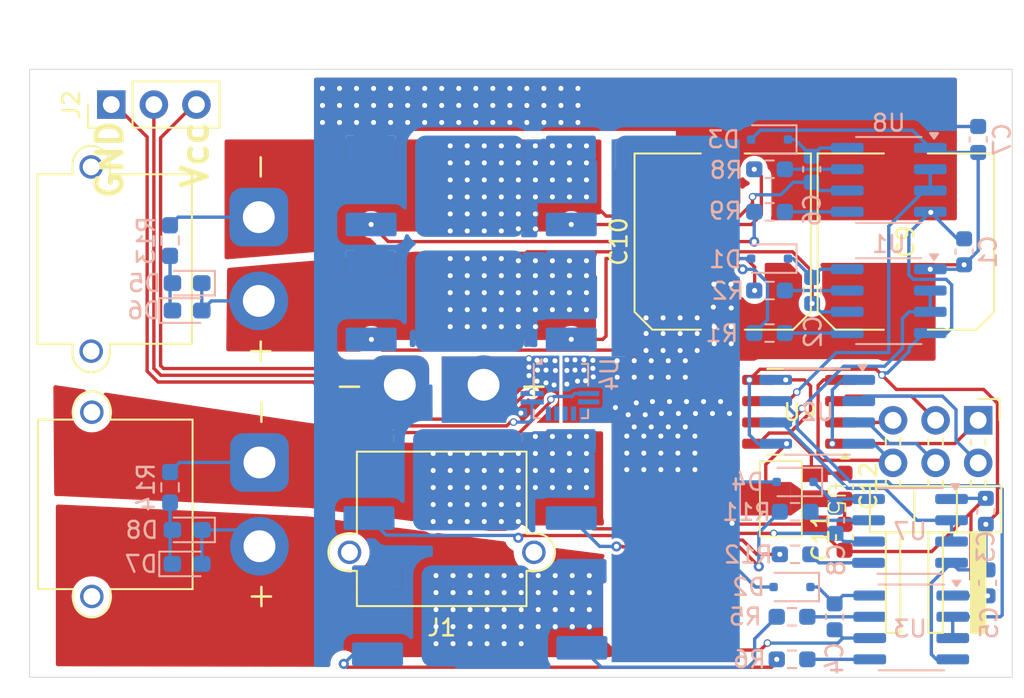
<source format=kicad_pcb>
(kicad_pcb (version 20241229) (generator "pcbnew") (generator_version "9.0")
  (layers (0 "F.Cu" signal) (2 "B.Cu" signal) (13 "F.Paste" user) (15 "B.Paste" user) (5 "F.SilkS" user "F.Silkscreen") (7 "B.SilkS" user "B.Silkscreen") (1 "F.Mask" user) (3 "B.Mask" user) (25 "Edge.Cuts" user))
  (net 0 "")
  (net 1 "GND")
  (net 2 "VCC")
  (net 3 "Net-(D1-K)")
  (net 4 "ch1_2")
  (net 5 "ch2_2")
  (net 6 "Net-(D2-K)")
  (net 7 "Net-(D3-K)")
  (net 8 "ch1_1")
  (net 9 "ch2_1")
  (net 10 "Net-(D4-K)")
  (net 11 "Net-(D5-A)")
  (net 12 "Net-(D7-K)")
  (net 13 "Net-(Q1-G)")
  (net 14 "Net-(Q2-G)")
  (net 15 "Net-(Q3-G)")
  (net 16 "Net-(Q4-G)")
  (net 17 "Net-(Q5-G)")
  (net 18 "Net-(Q6-G)")
  (net 19 "Net-(Q7-G)")
  (net 20 "Net-(Q8-G)")
  (net 21 "Net-(U1-LO)")
  (net 22 "Net-(U1-HO)")
  (net 23 "Net-(U2-OUTA)")
  (net 24 "Net-(U2-OUTB)")
  (net 25 "Net-(U3-HO)")
  (net 26 "Net-(U3-LO)")
  (net 27 "Net-(U8-HO)")
  (net 28 "Net-(U8-LO)")
  (net 29 "Net-(U8-HIN)")
  (net 30 "Net-(U7-HO)")
  (net 31 "Net-(U7-LO)")
  (net 32 "Net-(U1-HIN)")
  (net 33 "Net-(J6-Pin_2)")
  (net 34 "Net-(J6-Pin_4)")
  (net 35 "GND1")
  (net 36 "VDD")
  (net 37 "Net-(J6-Pin_5)")
  (net 38 "Net-(J6-Pin_3)")
  (net 39 "Net-(J1-Pin_2)")
  (net 45 "Net-(J2-Pin_2)")
  (net 46 "Net-(J2-Pin_1)")
  (net 47 "Net-(J2-Pin_3)")
  (net 48 "Net-(U2-VCC2)")
  (footprint "Connector_AMASS:AMASS_XT30PW-M_1x02_P2.50mm_Horizontal" (layer "F.Cu") (at 152.1568 103.1894 90)
    (property "Reference" "J4" (hide yes))
    (property "Value" "Conn_01x02_Pin")
  )
  (footprint "jisaku:SOT-89-3" (layer "F.Cu") (at 186.1 120 -90)
    (property "Reference" "U5")
    (property "Value" "~")
  )
  (footprint "Capacitor_SMD:C_0603_1608Metric" (layer "F.Cu") (at 187.1 119.25 -90)
    (property "Reference" "C12")
    (property "Value" "0.1u")
  )
  (footprint "Capacitor_SMD:C_Elec_10x10.2" (layer "F.Cu") (at 190.754 104.648 90)
    (property "Reference" "C9")
    (property "Value" "C")
  )
  (footprint "Connector_AMASS:AMASS_XT30PW-M_1x02_P2.50mm_Horizontal" (layer "F.Cu") (at 160.568 113.197 180)
    (property "Reference" "J1")
    (property "Value" "Conn_01x02_Pin")
  )
  (footprint "Capacitor_SMD:C_Elec_10x10.2" (layer "F.Cu") (at 179.832 104.648 90)
    (property "Reference" "C10")
    (property "Value" "C")
  )
  (footprint "Connector_PinHeader_2.54mm:PinHeader_2x03_P2.54mm_Horizontal" (layer "F.Cu") (at 195.072 115.316 -90)
    (property "Reference" "J6" (hide yes))
    (property "Value" "Conn_02x03_Odd_Even")
  )
  (footprint "Connector_PinHeader_2.54mm:PinHeader_1x03_P2.54mm_Vertical" (layer "F.Cu") (at 143.3576 96.4692 90)
    (property "Reference" "J2")
    (property "Value" "Conn_01x03_Pin")
  )
  (footprint "Capacitor_SMD:C_0603_1608Metric" (layer "F.Cu") (at 187.1 122.3 90)
    (property "Reference" "C11")
    (property "Value" "min0.33u")
  )
  (footprint "Connector_AMASS:AMASS_XT30PW-M_1x02_P2.50mm_Horizontal" (layer "F.Cu") (at 152.1968 117.8344 90)
    (property "Reference" "J3" (hide yes))
    (property "Value" "Conn_01x02_Pin")
  )
  (footprint "Package_SO:SOIC-8_3.9x4.9mm_P1.27mm" (layer "F.Cu") (at 184.4421 114.808 180)
    (property "Reference" "U9")
    (property "Value" "SCM3723ASA")
  )
  (footprint "Resistor_SMD:R_0603_1608Metric_Pad0.98x0.95mm_HandSolder" (layer "B.Cu") (at 184.15 123.317 180)
    (property "Reference" "R12")
    (property "Value" "10")
  )
  (footprint "jisaku:RD3L07BBG" (layer "B.Cu") (at 161.618 126.975 90)
    (property "Reference" "Q4" (hide yes))
    (property "Value" "~")
  )
  (footprint "Diode_SMD:D_SOD-323F" (layer "B.Cu") (at 184.15 118.999 180)
    (property "Reference" "D4")
    (property "Value" "D")
  )
  (footprint "jisaku:RD3L07BBG" (layer "B.Cu") (at 161.11 118.8462 90)
    (property "Reference" "Q6" (hide yes))
    (property "Value" "~")
  )
  (footprint "Resistor_SMD:R_0603_1608Metric_Pad0.98x0.95mm_HandSolder" (layer "B.Cu") (at 146.8628 119.3184 -90)
    (property "Reference" "R14")
    (property "Value" "R")
  )
  (footprint "Capacitor_SMD:C_0603_1608Metric" (layer "B.Cu") (at 186.563 121.285 -90)
    (property "Reference" "C8")
    (property "Value" "1u")
  )
  (footprint "jisaku:RD3L07BBG" (layer "B.Cu") (at 161.237 101.321 90)
    (property "Reference" "Q7" (hide yes))
    (property "Value" "~")
  )
  (footprint "Capacitor_SMD:C_0603_1608Metric" (layer "B.Cu") (at 186.507 127.047001 -90)
    (property "Reference" "C4")
    (property "Value" "1u")
  )
  (footprint "jisaku:RD3L07BBG" (layer "B.Cu") (at 173.81 126.594 90)
    (property "Reference" "Q3" (hide yes))
    (property "Value" "~")
  )
  (footprint "Capacitor_SMD:C_0603_1608Metric" (layer "B.Cu") (at 185.1406 100.33 -90)
    (property "Reference" "C6")
    (property "Value" "1u")
  )
  (footprint "Resistor_SMD:R_0603_1608Metric_Pad0.98x0.95mm_HandSolder" (layer "B.Cu") (at 146.8628 104.5864 -90)
    (property "Reference" "R13")
    (property "Value" "R")
  )
  (footprint "Capacitor_SMD:C_0603_1608Metric" (layer "B.Cu") (at 195.072 98.552 90)
    (property "Reference" "C7")
    (property "Value" "1u")
  )
  (footprint "jisaku:RD3L07BBG" (layer "B.Cu") (at 173.175 108.179 90)
    (property "Reference" "Q1" (hide yes))
    (property "Value" "~")
  )
  (footprint "Package_SO:SOIC-8_3.9x4.9mm_P1.27mm" (layer "B.Cu") (at 191.008 121.92 180)
    (property "Reference" "U7")
    (property "Value" "IRS2003")
  )
  (footprint "jisaku:RD3L07BBG" (layer "B.Cu") (at 161.237 108.179 90)
    (property "Reference" "Q2" (hide yes))
    (property "Value" "~")
  )
  (footprint "LED_SMD:LED_0603_1608Metric_Pad1.05x0.95mm_HandSolder" (layer "B.Cu") (at 147.8788 121.8584 180)
    (property "Reference" "D8")
    (property "Value" "LED")
  )
  (footprint "Capacitor_SMD:C_0603_1608Metric" (layer "B.Cu") (at 194.2338 105.2576 90)
    (property "Reference" "C1")
    (property "Value" "1u")
  )
  (footprint "jisaku:RD3L07BBG" (layer "B.Cu") (at 173.175 118.8462 90)
    (property "Reference" "Q5" (hide yes))
    (property "Value" "~")
  )
  (footprint "Package_SO:SOIC-8_3.9x4.9mm_P1.27mm" (layer "B.Cu") (at 191.079 127.682001 180)
    (property "Reference" "U3")
    (property "Value" "IRS2003")
  )
  (footprint "Package_SO:SOIC-8_3.9x4.9mm_P1.27mm" (layer "B.Cu") (at 185.4708 114.808 180)
    (property "Reference" "U2")
    (property "Value" "SCM3723ASA")
  )
  (footprint "LED_SMD:LED_0603_1608Metric_Pad1.05x0.95mm_HandSolder" (layer "B.Cu") (at 147.8788 107.1264 180)
    (property "Reference" "D5")
    (property "Value" "LED")
  )
  (footprint "Resistor_SMD:R_0603_1608Metric_Pad0.98x0.95mm_HandSolder" (layer "B.Cu") (at 183.967 129.587001 180)
    (property "Reference" "R6")
    (property "Value" "10")
  )
  (footprint "Resistor_SMD:R_0603_1608Metric_Pad0.98x0.95mm_HandSolder" (layer "B.Cu") (at 182.626 100.33 180)
    (property "Reference" "R8")
    (property "Value" "10")
  )
  (footprint "Capacitor_SMD:C_0603_1608Metric" (layer "B.Cu") (at 185.166 107.569 -90)
    (property "Reference" "C2")
    (property "Value" "1u")
  )
  (footprint "Package_SO:SOIC-8_3.9x4.9mm_P1.27mm" (layer "B.Cu") (at 189.738 108.204 180)
    (property "Reference" "U1")
    (property "Value" "IRS2003")
  )
  (footprint "Diode_SMD:D_SOD-323F" (layer "B.Cu") (at 182.626 98.552 180)
    (property "Reference" "D3")
    (property "Value" "D")
  )
  (footprint "jisaku:RD3L07BBG" (layer "B.Cu") (at 173.175 101.321 90)
    (property "Reference" "Q8" (hide yes))
    (property "Value" "~")
  )
  (footprint "Diode_SMD:D_SOD-323F" (layer "B.Cu") (at 182.626 105.664 180)
    (property "Reference" "D1")
    (property "Value" "D")
  )
  (footprint "Capacitor_SMD:C_0603_1608Metric" (layer "B.Cu") (at 195.5292 120.7516 -90)
    (property "Reference" "C3")
    (property "Value" "1u")
  )
  (footprint "Sensor_Current:Allegro_QFN-12-10-1EP_3x3mm_P0.5mm" (layer "B.Cu") (at 170.18 113.4872 -90)
    (property "Reference" "U4")
    (property "Value" "ACS711xEXLT-15AB")
  )
  (footprint "Capacitor_SMD:C_0603_1608Metric" (layer "B.Cu") (at 195.6308 125.0188 90)
    (property "Reference" "C5")
    (property "Value" "1u")
  )
  (footprint "Package_SO:SOIC-8_3.9x4.9mm_P1.27mm" (layer "B.Cu") (at 189.738 100.965 180)
    (property "Reference" "U8")
    (property "Value" "IRS2003")
  )
  (footprint "Resistor_SMD:R_0603_1608Metric_Pad0.98x0.95mm_HandSolder" (layer "B.Cu") (at 183.967 127.047001 180)
    (property "Reference" "R5")
    (property "Value" "10")
  )
  (footprint "Resistor_SMD:R_0603_1608Metric_Pad0.98x0.95mm_HandSolder" (layer "B.Cu") (at 182.626 107.569 180)
    (property "Reference" "R2")
    (property "Value" "10")
  )
  (footprint "LED_SMD:LED_0603_1608Metric_Pad1.05x0.95mm_HandSolder" (layer "B.Cu") (at 147.8788 108.7628)
    (property "Reference" "D6")
    (property "Value" "LED")
  )
  (footprint "Resistor_SMD:R_0603_1608Metric_Pad0.98x0.95mm_HandSolder" (layer "B.Cu") (at 184.15 120.777 180)
    (property "Reference" "R11")
    (property "Value" "10")
  )
  (footprint "LED_SMD:LED_0603_1608Metric_Pad1.05x0.95mm_HandSolder" (layer "B.Cu") (at 147.8788 123.8904)
    (property "Reference" "D7")
    (property "Value" "LED")
  )
  (footprint "Resistor_SMD:R_0603_1608Metric_Pad0.98x0.95mm_HandSolder" (layer "B.Cu") (at 182.626 102.87 180)
    (property "Reference" "R9")
    (property "Value" "10")
  )
  (footprint "Resistor_SMD:R_0603_1608Metric_Pad0.98x0.95mm_HandSolder" (layer "B.Cu") (at 182.626 110.109 180)
    (property "Reference" "R1")
    (property "Value" "10")
  )
  (footprint "Diode_SMD:D_SOD-323F" (layer "B.Cu") (at 183.967 125.269001 180)
    (property "Reference" "D2")
    (property "Value" "D")
  )
  (gr_rect (start 138.4808 94.361) (end 197.104 130.6576) (stroke (width 0.05)) (fill no) (layer "Edge.Cuts"))
  (gr_text "Vcc" (at 149.225 101.6 90) (layer "F.SilkS") (effects (font (size 1.5 1.5) (thickness 0.3) (bold yes)) (justify left bottom)))
  (gr_text "GND" (at 144.145 102.235 90) (layer "F.SilkS") (effects (font (size 1.5 1.5) (thickness 0.3) (bold yes)) (justify left bottom)))
  (segment (start 185.35 120) (end 187.075 120) (width 0.2) (layer "F.Cu") (net 1))
  (segment (start 182.4 117.955) (end 183.642 116.713) (width 0.2) (layer "F.Cu") (net 1))
  (segment (start 196.223 114.3) (end 196.223 120.8328) (width 0.2) (layer "F.Cu") (net 1))
  (segment (start 189.329616 112.615) (end 190.186616 113.472) (width 0.2) (layer "F.Cu") (net 1))
  (segment (start 182.4 120) (end 182.4 117.955) (width 0.2) (layer "F.Cu") (net 1))
  (segment (start 196.223 120.8328) (end 195.5292 121.5266) (width 0.2) (layer "F.Cu") (net 1))
  (segment (start 195.395 113.472) (end 196.223 114.3) (width 0.2) (layer "F.Cu") (net 1))
  (segment (start 187.075 120) (end 187.1 120.025) (width 0.2) (layer "F.Cu") (net 1))
  (segment (start 188.982616 112.268) (end 182.056 112.268) (width 0.2) (layer "F.Cu") (net 1))
  (segment (start 182.056 112.268) (end 181.421 112.903) (width 0.2) (layer "F.Cu") (net 1))
  (segment (start 190.186616 113.472) (end 195.395 113.472) (width 0.2) (layer "F.Cu") (net 1))
  (segment (start 187.1 121.525) (end 187.1 120.025) (width 0.2) (layer "F.Cu") (net 1))
  (segment (start 189.329616 112.615) (end 188.982616 112.268) (width 0.2) (layer "F.Cu") (net 1))
  (via (at 168.148 97.536) (size 0.45) (drill 0.3) (layers "F.Cu" "B.Cu") (net 1))
  (via (at 192.2455 102.9025) (size 0.45) (drill 0.3) (layers "F.Cu" "B.Cu") (net 1))
  (via (at 161.036 95.504) (size 0.45) (drill 0.3) (layers "F.Cu" "B.Cu") (net 1))
  (via (at 163.068 97.536) (size 0.45) (drill 0.3) (layers "F.Cu" "B.Cu") (net 1))
  (via (at 166.116 97.536) (size 0.45) (drill 0.3) (layers "F.Cu" "B.Cu") (net 1))
  (via (at 163.068 95.504) (size 0.45) (drill 0.3) (layers "F.Cu" "B.Cu") (net 1))
  (via (at 161.036 97.536) (size 0.45) (drill 0.3) (layers "F.Cu" "B.Cu") (net 1))
  (via (at 167.132 96.52) (size 0.45) (drill 0.3) (layers "F.Cu" "B.Cu") (net 1))
  (via (at 183.642 116.713) (size 0.6) (drill 0.3) (layers "F.Cu" "B.Cu") (net 1))
  (via (at 181.421 112.903) (size 0.45) (drill 0.3) (layers "F.Cu" "B.Cu") (net 1))
  (via (at 156.972 95.504) (size 0.45) (drill 0.3) (layers "F.Cu" "B.Cu") (net 1))
  (via (at 171.196 96.52) (size 0.45) (drill 0.3) (layers "F.Cu" "B.Cu") (net 1))
  (via (at 159.004 97.536) (size 0.45) (drill 0.3) (layers "F.Cu" "B.Cu") (net 1))
  (via (at 169.164 97.536) (size 0.45) (drill 0.3) (layers "F.Cu" "B.Cu") (net 1))
  (via (at 156.972 97.536) (size 0.45) (drill 0.3) (layers "F.Cu" "B.Cu") (net 1))
  (via (at 162.052 96.52) (size 0.45) (drill 0.3) (layers "F.Cu" "B.Cu") (net 1))
  (via (at 165.1 95.504) (size 0.45) (drill 0.3) (layers "F.Cu" "B.Cu") (net 1))
  (via (at 156.972 96.52) (size 0.45) (drill 0.3) (layers "F.Cu" "B.Cu") (net 1))
  (via (at 159.004 96.52) (size 0.45) (drill 0.3) (layers "F.Cu" "B.Cu") (net 1))
  (via (at 162.052 95.504) (size 0.45) (drill 0.3) (layers "F.Cu" "B.Cu") (net 1))
  (via (at 166.116 95.504) (size 0.45) (drill 0.3) (layers "F.Cu" "B.Cu") (net 1))
  (via (at 171.196 97.536) (size 0.45) (drill 0.3) (layers "F.Cu" "B.Cu") (net 1))
  (via (at 165.1 97.536) (size 0.45) (drill 0.3) (layers "F.Cu" "B.Cu") (net 1))
  (via (at 157.988 95.504) (size 0.45) (drill 0.3) (layers "F.Cu" "B.Cu") (net 1))
  (via (at 195.5292 121.5266) (size 0.45) (drill 0.3) (layers "F.Cu" "B.Cu") (net 1))
  (via (at 167.132 95.504) (size 0.45) (drill 0.3) (layers "F.Cu" "B.Cu") (net 1))
  (via (at 170.18 97.536) (size 0.45) (drill 0.3) (layers "F.Cu" "B.Cu") (net 1))
  (via (at 163.068 96.52) (size 0.45) (drill 0.3) (layers "F.Cu" "B.Cu") (net 1))
  (via (at 166.116 96.52) (size 0.45) (drill 0.3) (layers "F.Cu" "B.Cu") (net 1))
  (via (at 164.084 97.536) (size 0.45) (drill 0.3) (layers "F.Cu" "B.Cu") (net 1))
  (via (at 157.988 96.52) (size 0.45) (drill 0.3) (layers "F.Cu" "B.Cu") (net 1))
  (via (at 164.084 96.52) (size 0.45) (drill 0.3) (layers "F.Cu" "B.Cu") (net 1))
  (via (at 161.036 96.52) (size 0.45) (drill 0.3) (layers "F.Cu" "B.Cu") (net 1))
  (via (at 159.004 95.504) (size 0.45) (drill 0.3) (layers "F.Cu" "B.Cu") (net 1))
  (via (at 189.329616 112.615) (size 0.45) (drill 0.3) (layers "F.Cu" "B.Cu") (net 1))
  (via (at 170.18 96.52) (size 0.45) (drill 0.3) (layers "F.Cu" "B.Cu") (net 1))
  (via (at 171.196 95.504) (size 0.45) (drill 0.3) (layers "F.Cu" "B.Cu") (net 1))
  (via (at 155.956 97.536) (size 0.45) (drill 0.3) (layers "F.Cu" "B.Cu") (net 1))
  (via (at 168.148 96.52) (size 0.45) (drill 0.3) (layers "F.Cu" "B.Cu") (net 1))
  (via (at 164.084 95.504) (size 0.45) (drill 0.3) (layers "F.Cu" "B.Cu") (net 1))
  (via (at 155.956 96.52) (size 0.45) (drill 0.3) (layers "F.Cu" "B.Cu") (net 1))
  (via (at 165.1 96.52) (size 0.45) (drill 0.3) (layers "F.Cu" "B.Cu") (net 1))
  (via (at 167.132 97.536) (size 0.45) (drill 0.3) (layers "F.Cu" "B.Cu") (net 1))
  (via (at 169.164 96.52) (size 0.45) (drill 0.3) (layers "F.Cu" "B.Cu") (net 1))
  (via (at 162.052 97.536) (size 0.45) (drill 0.3) (layers "F.Cu" "B.Cu") (net 1))
  (via (at 160.02 96.52) (size 0.45) (drill 0.3) (layers "F.Cu" "B.Cu") (net 1))
  (via (at 160.02 95.504) (size 0.45) (drill 0.3) (layers "F.Cu" "B.Cu") (net 1))
  (via (at 160.02 97.536) (size 0.45) (drill 0.3) (layers "F.Cu" "B.Cu") (net 1))
  (via (at 170.18 95.504) (size 0.45) (drill 0.3) (layers "F.Cu" "B.Cu") (net 1))
  (via (at 155.956 95.504) (size 0.45) (drill 0.3) (layers "F.Cu" "B.Cu") (net 1))
  (via (at 157.988 97.536) (size 0.45) (drill 0.3) (layers "F.Cu" "B.Cu") (net 1))
  (via (at 169.164 95.504) (size 0.45) (drill 0.3) (layers "F.Cu" "B.Cu") (net 1))
  (via (at 168.148 95.504) (size 0.45) (drill 0.3) (layers "F.Cu" "B.Cu") (net 1))
  (segment (start 189.6586 112.491) (end 190.9518 111.1978) (width 0.2) (layer "B.Cu") (net 1))
  (segment (start 195.5292 121.5266) (end 195.5292 124.1422) (width 0.2) (layer "B.Cu") (net 1))
  (segment (start 193.9018 124.2438) (end 193.483 123.825) (width 0.2) (layer "B.Cu") (net 1))
  (segment (start 181.9431 116.713) (end 182.9958 116.713) (width 0.2) (layer "B.Cu") (net 1))
  (segment (start 192.278 125.03) (end 193.483 123.825) (width 0.2) (layer "B.Cu") (net 1))
  (segment (start 193.8256 104.4826) (end 194.2338 104.4826) (width 0.2) (layer "B.Cu") (net 1))
  (segment (start 191.835616 110.109) (end 192.213 110.109) (width 0.2) (layer "B.Cu") (net 1))
  (segment (start 193.535 97.777) (end 193.294 97.536) (width 0.2) (layer "B.Cu") (net 1))
  (segment (start 190.9518 110.992816) (end 191.835616 110.109) (width 0.2) (layer "B.Cu") (net 1))
  (segment (start 191.197032 106.9) (end 190.937 106.639968) (width 0.2) (layer "B.Cu") (net 1))
  (segment (start 195.5292 124.1422) (end 195.6308 124.2438) (width 0.2) (layer "B.Cu") (net 1))
  (segment (start 192.213 110.109) (end 193.187999 110.109) (width 0.2) (layer "B.Cu") (net 1))
  (segment (start 192.213 102.87) (end 192.2455 102.9025) (width 0.2) (layer "B.Cu") (net 1))
  (segment (start 190.937 104.146) (end 192.213 102.87) (width 0.2) (layer "B.Cu") (net 1))
  (segment (start 195.072 97.777) (end 193.535 97.777) (width 0.2) (layer "B.Cu") (net 1))
  (segment (start 190.9518 111.1978) (end 190.9518 110.992816) (width 0.2) (layer "B.Cu") (net 1))
  (segment (start 193.187999 110.109) (end 193.489 109.807999) (width 0.2) (layer "B.Cu") (net 1))
  (segment (start 193.489 109.807999) (end 193.489 107.228032) (width 0.2) (layer "B.Cu") (net 1))
  (segment (start 189.329616 112.615) (end 189.453616 112.491) (width 0.2) (layer "B.Cu") (net 1))
  (segment (start 193.160968 106.9) (end 191.197032 106.9) (width 0.2) (layer "B.Cu") (net 1))
  (segment (start 192.2455 102.9025) (end 193.8256 104.4826) (width 0.2) (layer "B.Cu") (net 1))
  (segment (start 181.421 116.1909) (end 181.9431 116.713) (width 0.2) (layer "B.Cu") (net 1))
  (segment (start 189.453616 112.491) (end 189.6586 112.491) (width 0.2) (layer "B.Cu") (net 1))
  (segment (start 192.371 110.267) (end 192.213 110.109) (width 0.2) (layer "B.Cu") (net 1))
  (segment (start 190.937 106.639968) (end 190.937 104.146) (width 0.2) (layer "B.Cu") (net 1))
  (segment (start 193.554 129.587001) (end 192.579001 129.587001) (width 0.2) (layer "B.Cu") (net 1))
  (segment (start 192.579001 129.587001) (end 192.278 129.286) (width 0.2) (layer "B.Cu") (net 1))
  (segment (start 192.278 129.286) (end 192.278 125.03) (width 0.2) (layer "B.Cu") (net 1))
  (segment (start 181.421 112.903) (end 181.421 116.1909) (width 0.2) (layer "B.Cu") (net 1))
  (segment (start 195.6308 124.2438) (end 193.9018 124.2438) (width 0.2) (layer "B.Cu") (net 1))
  (segment (start 193.489 107.228032) (end 193.160968 106.9) (width 0.2) (layer "B.Cu") (net 1))
  (segment (start 192.305 123.15) (end 195.4784 119.9766) (width 0.2) (layer "F.Cu") (net 2))
  (segment (start 194.2338 106.0326) (end 191.1982 106.0326) (width 0.2) (layer "F.Cu") (net 2))
  (segment (start 180.7464 121.5136) (end 185.3136 121.5136) (width 0.2) (layer "F.Cu") (net 2))
  (segment (start 186.95 123.15) (end 192.305 123.15) (width 0.2) (layer "F.Cu") (net 2))
  (segment (start 190.754 106.4768) (end 190.754 109.048) (width 0.2) (layer "F.Cu") (net 2))
  (segment (start 185.3136 121.5136) (end 186.95 123.15) (width 0.2) (layer "F.Cu") (net 2))
  (segment (start 194.6402 120.8148) (end 195.4784 119.9766) (width 0.2) (layer "F.Cu") (net 2))
  (segment (start 180.699 121.4662) (end 180.7464 121.5136) (width 0.2) (layer "F.Cu") (net 2))
  (segment (start 195.6308 125.7938) (end 194.6402 124.8032) (width 0.2) (layer "F.Cu") (net 2))
  (segment (start 180.3908 121.4662) (end 180.699 121.4662) (width 0.2) (layer "F.Cu") (net 2))
  (segment (start 191.1982 106.0326) (end 190.754 106.4768) (width 0.2) (layer "F.Cu") (net 2))
  (segment (start 194.6402 124.8032) (end 194.6402 120.8148) (width 0.2) (layer "F.Cu") (net 2))
  (via (at 179.705 114.1984) (size 0.45) (drill 0.3) (layers "F.Cu" "B.Cu") (net 2))
  (via (at 177.157 117.277) (size 0.45) (drill 0.3) (layers "F.Cu" "B.Cu") (net 2))
  (via (at 177.6 115.71) (size 0.45) (drill 0.3) (layers "F.Cu" "B.Cu") (net 2))
  (via (at 175.125 117.277) (size 0.45) (drill 0.3) (layers "F.Cu" "B.Cu") (net 2))
  (via (at 173.536 111.76) (size 0.45) (drill 0.3) (layers "F.Cu" "B.Cu") (net 2))
  (via (at 180.34 108.6104) (size 0.45) (drill 0.3) (layers "F.Cu" "B.Cu") (net 2))
  (via (at 176.141 117.277) (size 0.45) (drill 0.3) (layers "F.Cu" "B.Cu") (net 2))
  (via (at 172.085 112.2172) (size 0.45) (drill 0.3) (layers "F.Cu" "B.Cu") (net 2))
  (via (at 177.292 110.134) (size 0.45) (drill 0.3) (layers "F.Cu" "B.Cu") (net 2))
  (via (at 173.4312 114.554) (size 0.45) (drill 0.3) (layers "F.Cu" "B.Cu") (net 2))
  (via (at 180.34 110.744) (size 0.45) (drill 0.3) (layers "F.Cu" "B.Cu") (net 2))
  (via (at 171.5516 112.3188) (size 0.45) (drill 0.3) (layers "F.Cu" "B.Cu") (net 2))
  (via (at 177.1904 114.9096) (size 0.45) (drill 0.3) (layers "F.Cu" "B.Cu") (net 2))
  (via (at 177.6 112.744) (size 0.45) (drill 0.3) (layers "F.Cu" "B.Cu") (net 2))
  (via (at 195.6308 125.7938) (size 0.45) (drill 0.3) (layers "F.Cu" "B.Cu") (net 2))
  (via (at 174.552 111.76) (size 0.45) (drill 0.3) (layers "F.Cu" "B.Cu") (net 2))
  (via (at 171.5516 111.7092) (size 0.45) (drill 0.3) (layers "F.Cu" "B.Cu") (net 2))
  (via (at 178.308 110.134) (size 0.45) (drill 0.3) (layers "F.Cu" "B.Cu") (net 2))
  (via (at 178.689 114.1984) (size 0.45) (drill 0.3) (layers "F.Cu" "B.Cu") (net 2))
  (via (at 171.0182 112.3188) (size 0.45) (drill 0.3) (layers "F.Cu" "B.Cu") (net 2))
  (via (at 175.26 111.15) (size 0.45) (drill 0.3) (layers "F.Cu" "B.Cu") (net 2))
  (via (at 176.584 112.744) (size 0.45) (drill 0.3) (layers "F.Cu" "B.Cu") (net 2))
  (via (at 175.125 116.261) (size 0.45) (drill 0.3) (layers "F.Cu" "B.Cu") (net 2))
  (via (at 192.213 106.299) (size 0.45) (drill 0.3) (layers "F.Cu" "B.Cu") (net 2))
  (via (at 180.322944 107.188) (size 0.45) (drill 0.3) (layers "F.Cu" "B.Cu") (net 2))
  (via (at 178.308 109.2) (size 0.45) (drill 0.3) (layers "F.Cu" "B.Cu") (net 2))
  (via (at 176.657 114.1984) (size 0.45) (drill 0.3) (layers "F.Cu" "B.Cu") (net 2))
  (via (at 175.2092 114.9858) (size 0.45) (drill 0.3) (layers "F.Cu" "B.Cu") (net 2))
  (via (at 175.568 111.76) (size 0.45) (drill 0.3) (layers "F.Cu" "B.Cu") (net 2))
  (via (at 177.292 111.15) (size 0.45) (drill 0.3) (layers "F.Cu" "B.Cu") (net 2))
  (via (at 170.5356 112.3442) (size 0.45) (drill 0.3) (layers "F.Cu" "B.Cu") (net 2))
  (via (at 174.1932 114.9858) (size 0.45) (drill 0.3) (layers "F.Cu" "B.Cu") (net 2))
  (via (at 194.2338 106.0326) (size 0.45) (drill 0.3) (layers "F.Cu" "B.Cu") (net 2))
  (via (at 172.085 111.7346) (size 0.45) (drill 0.3) (layers "F.Cu" "B.Cu") (net 2))
  (via (at 175.568 115.71) (size 0.45) (drill 0.3) (layers "F.Cu" "B.Cu") (net 2))
  (via (at 178.308 111.15) (size 0.45) (drill 0.3) (layers "F.Cu" "B.Cu") (net 2))
  (via (at 177.157 118.261) (size 0.45) (drill 0.3) (layers "F.Cu" "B.Cu") (net 2))
  (via (at 176.584 115.71) (size 0.45) (drill 0.3) (layers "F.Cu" "B.Cu") (net 2))
  (via (at 180.34 109.728) (size 0.45) (drill 0.3) (layers "F.Cu" "B.Cu") (net 2))
  (via (at 171.6532 112.9538) (size 0.45) (drill 0.3) (layers "F.Cu" "B.Cu") (net 2))
  (via (at 170.5356 111.7092) (size 0.45) (drill 0.3) (layers "F.Cu" "B.Cu") (net 2))
  (via (at 175.568 112.744) (size 0.45) (drill 0.3) (layers "F.Cu" "B.Cu") (net 2))
  (via (at 174.6758 114.2746) (size 0.45) (drill 0.3) (layers "F.Cu" "B.Cu") (net 2))
  (via (at 174.109 118.261) (size 0.45) (drill 0.3) (layers "F.Cu" "B.Cu") (net 2))
  (via (at 179.324 109.728) (size 0.45) (drill 0.3) (layers "F.Cu" "B.Cu") (net 2))
  (via (at 175.26 109.2) (size 0.45) (drill 0.3) (layers "F.Cu" "B.Cu") (net 2))
  (via (at 174.552 115.71) (size 0.45) (drill 0.3) (layers "F.Cu" "B.Cu") (net 2))
  (via (at 173.536 112.744) (size 0.45) (drill 0.3) (layers "F.Cu" "B.Cu") (net 2))
  (via (at 195.4784 119.9766) (size 0.45) (drill 0.3) (layers "F.Cu" "B.Cu") (net 2))
  (via (at 175.26 110.134) (size 0.45) (drill 0.3) (layers "F.Cu" "B.Cu") (net 2))
  (via (at 180.2384 114.9096) (size 0.45) (drill 0.3) (layers "F.Cu" "B.Cu") (net 2))
  (via (at 176.276 111.15) (size 0.45) (drill 0.3) (layers "F.Cu" "B.Cu") (net 2))
  (via (at 176.584 111.76) (size 0.45) (drill 0.3) (layers "F.Cu" "B.Cu") (net 2))
  (via (at 174.552 112.744) (size 0.45) (drill 0.3) (layers "F.Cu" "B.Cu") (net 2))
  (via (at 176.1744 114.9096) (size 0.45) (drill 0.3) (layers "F.Cu" "B.Cu") (net 2))
  (via (at 179.2732 108.5596) (size 0.45) (drill 0.3) (layers "F.Cu" "B.Cu") (net 2))
  (via (at 178.173 117.277) (size 0.45) (drill 0.3) (layers "F.Cu" "B.Cu") (net 2))
  (via (at 179.306944 107.188) (size 0.45) (drill 0.3) (layers "F.Cu" "B.Cu") (net 2))
  (via (at 174.109 117.277) (size 0.45) (drill 0.3) (layers "F.Cu" "B.Cu") (net 2))
  (via (at 178.173 116.261) (size 0.45) (drill 0.3) (layers "F.Cu" "B.Cu") (net 2))
  (via (at 171.0182 111.7092) (size 0.45) (drill 0.3) (layers "F.Cu" "B.Cu") (net 2))
  (via (at 171.1706 112.9792) (size 0.45) (drill 0.3) (layers "F.Cu" "B.Cu") (net 2))
  (via (at 177.157 116.261) (size 0.45) (drill 0.3) (layers "F.Cu" "B.Cu") (net 2))
  (via (at 178.173 118.261) (size 0.45) (drill 0.3) (layers "F.Cu" "B.Cu") (net 2))
  (via (at 177.292 109.2) (size 0.45) (drill 0.3) (layers "F.Cu" "B.Cu") (net 2))
  (via (at 175.641 114.1984) (size 0.45) (drill 0.3) (layers "F.Cu" "B.Cu") (net 2))
  (via (at 179.324 110.744) (size 0.45) (drill 0.3) (layers "F.Cu" "B.Cu") (net 2))
  (via (at 176.276 110.134) (size 0.45) (drill 0.3) (layers "F.Cu" "B.Cu") (net 2))
  (via (at 180.3908 121.4662) (size 0.6) (drill 0.3) (layers "F.Cu" "B.Cu") (net 2))
  (via (at 170.5356 113.157) (size 0.45) (drill 0.3) (layers "F.Cu" "B.Cu") (net 2))
  (via (at 176.276 109.2) (size 0.45) (drill 0.3) (layers "F.Cu" "B.Cu") (net 2))
  (via (at 179.2224 114.9096) (size 0.45) (drill 0.3) (layers "F.Cu" "B.Cu") (net 2))
  (via (at 174.109 116.261) (size 0.45) (drill 0.3) (layers "F.Cu" "B.Cu") (net 2))
  (via (at 175.125 118.261) (size 0.45) (drill 0.3) (layers "F.Cu" "B.Cu") (net 2))
  (via (at 177.6 111.76) (size 0.45) (drill 0.3) (layers "F.Cu" "B.Cu") (net 2))
  (via (at 178.2064 114.9096) (size 0.45) (drill 0.3) (layers "F.Cu" "B.Cu") (net 2))
  (via (at 176.141 118.261) (size 0.45) (drill 0.3) (layers "F.Cu" "B.Cu") (net 2))
  (via (at 176.141 116.261) (size 0.45) (drill 0.3) (layers "F.Cu" "B.Cu") (net 2))
  (via (at 172.1104 112.7252) (size 0.45) (drill 0.3) (layers "F.Cu" "B.Cu") (net 2))
  (via (at 177.673 114.1984) (size 0.45) (drill 0.3) (layers "F.Cu" "B.Cu") (net 2))
  (segment (start 181.526 98.552) (end 182.077 98.001) (width 0.2) (layer "B.Cu") (net 2))
  (segment (start 178.435 109.073) (end 178.308 109.2) (width 0.2) (layer "B.Cu") (net 2))
  (segment (start 195.4784 119.9766) (end 193.5214 119.9766) (width 0.2) (layer "B.Cu") (net 2))
  (segment (start 192.213 106.299) (end 193.9674 106.299) (width 0.2) (layer "B.Cu") (net 2))
  (segment (start 177.727 111.633) (end 177.6 111.76) (width 0.2) (layer "B.Cu") (net 2))
  (segment (start 193.570799 125.7938) (end 193.554 125.777001) (width 0.2) (layer "B.Cu") (net 2))
  (segment (start 182.077 98.001) (end 191.154 98.001) (width 0.2) (layer "B.Cu") (net 2))
  (segment (start 191.154 98.001) (end 192.213 99.06) (width 0.2) (layer "B.Cu") (net 2))
  (segment (start 181.784001 125.269001) (end 180.5178 124.0028) (width 0.2) (layer "B.Cu") (net 2))
  (segment (start 195.5292 119.9766) (end 195.4784 119.9766) (width 0.2) (layer "B.Cu") (net 2))
  (segment (start 192.213 99.06) (end 192.532 99.06) (width 0.2) (layer "B.Cu") (net 2))
  (segment (start 195.072 99.327) (end 195.072 105.1944) (width 0.2) (layer "B.Cu") (net 2))
  (segment (start 192.532 99.06) (end 192.799 99.327) (width 0.2) (layer "B.Cu") (net 2))
  (segment (start 177.727 115.583) (end 177.6 115.71) (width 0.2) (layer "B.Cu") (net 2))
  (segment (start 183.05 118.999) (end 179.9082 118.999) (width 0.2) (layer "B.Cu") (net 2))
  (segment (start 178.3 117.15) (end 178.173 117.277) (width 0.2) (layer "B.Cu") (net 2))
  (segment (start 195.6308 125.7938) (end 193.570799 125.7938) (width 0.2) (layer "B.Cu") (net 2))
  (segment (start 195.072 105.1944) (end 194.2338 106.0326) (width 0.2) (layer "B.Cu") (net 2))
  (segment (start 181.526 105.664) (end 180.848 105.664) (width 0.2) (layer "B.Cu") (net 2))
  (segment (start 193.9674 106.299) (end 194.2338 106.0326) (width 0.2) (layer "B.Cu") (net 2))
  (segment (start 178.435 111.023) (end 178.308 111.15) (width 0.2) (layer "B.Cu") (net 2))
  (segment (start 192.799 99.327) (end 195.072 99.327) (width 0.2) (layer "B.Cu") (net 2))
  (segment (start 193.5214 119.9766) (end 193.483 120.015) (width 0.2) (layer "B.Cu") (net 2))
  (segment (start 182.867 125.269001) (end 181.784001 125.269001) (width 0.2) (layer "B.Cu") (net 2))
  (segment (start 177.727 113.633) (end 177.6 113.76) (width 0.2) (layer "B.Cu") (net 2))
  (segment (start 180.5178 124.0028) (end 179.6796 124.0028) (width 0.2) (layer "B.Cu") (net 2))
  (segment (start 184.036 105.664) (end 185.166 106.794) (width 0.2) (layer "B.Cu") (net 3))
  (segment (start 185.661 106.299) (end 185.166 106.794) (width 0.2) (layer "B.Cu") (net 3))
  (segment (start 183.726 105.664) (end 184.036 105.664) (width 0.2) (layer "B.Cu") (net 3))
  (segment (start 187.263 106.299) (end 185.661 106.299) (width 0.2) (layer "B.Cu") (net 3))
  (segment (start 183.9976 105.2576) (end 185.166 106.426) (width 0.2) (layer "F.Cu") (net 4))
  (segment (start 185.166 106.426) (end 185.166 108.344) (width 0.2) (layer "F.Cu") (net 4))
  (segment (start 167.64 105.791) (end 168.1734 105.2576) (width 0.2) (layer "F.Cu") (net 4))
  (segment (start 168.1734 105.2576) (end 183.9976 105.2576) (width 0.2) (layer "F.Cu") (net 4))
  (via (at 166.624 108.712) (size 0.45) (drill 0.3) (layers "F.Cu" "B.Cu") (net 4))
  (via (at 170.688 108.712) (size 0.45) (drill 0.3) (layers "F.Cu" "B.Cu") (net 4))
  (via (at 169.672 108.712) (size 0.45) (drill 0.3) (layers "F.Cu" "B.Cu") (net 4))
  (via (at 168.656 107.696) (size 0.45) (drill 0.3) (layers "F.Cu" "B.Cu") (net 4))
  (via (at 171.704 106.68) (size 0.45) (drill 0.3) (layers "F.Cu" "B.Cu") (net 4))
  (via (at 165.608 109.728) (size 0.45) (drill 0.3) (layers "F.Cu" "B.Cu") (net 4))
  (via (at 171.704 107.696) (size 0.45) (drill 0.3) (layers "F.Cu" "B.Cu") (net 4))
  (via (at 163.576 106.68) (size 0.45) (drill 0.3) (layers "F.Cu" "B.Cu") (net 4))
  (via (at 163.576 105.664) (size 0.45) (drill 0.3) (layers "F.Cu" "B.Cu") (net 4))
  (via (at 169.672 107.696) (size 0.45) (drill 0.3) (layers "F.Cu" "B.Cu") (net 4))
  (via (at 164.592 105.664) (size 0.45) (drill 0.3) (layers "F.Cu" "B.Cu") (net 4))
  (via (at 167.64 106.68) (size 0.45) (drill 0.3) (layers "F.Cu" "B.Cu") (net 4))
  (via (at 167.64 108.712) (size 0.45) (drill 0.3) (layers "F.Cu" "B.Cu") (net 4))
  (via (at 166.624 105.664) (size 0.45) (drill 0.3) (layers "F.Cu" "B.Cu") (net 4))
  (via (at 164.592 108.712) (size 0.45) (drill 0.3) (layers "F.Cu" "B.Cu") (net 4))
  (via (at 169.672 105.791) (size 0.45) (drill 0.3) (layers "F.Cu" "B.Cu") (net 4))
  (via (at 185.166 108.344) (size 0.6) (drill 0.3) (layers "F.Cu" "B.Cu") (net 4))
  (via (at 170.688 106.68) (size 0.45) (drill 0.3) (layers "F.Cu" "B.Cu") (net 4))
  (via (at 170.688 107.696) (size 0.45) (drill 0.3) (layers "F.Cu" "B.Cu") (net 4))
  (via (at 168.656 108.712) (size 0.45) (drill 0.3) (layers "F.Cu" "B.Cu") (net 4))
  (via (at 166.624 106.68) (size 0.45) (drill 0.3) (layers "F.Cu" "B.Cu") (net 4))
  (via (at 168.656 106.68) (size 0.45) (drill 0.3) (layers "F.Cu" "B.Cu") (net 4))
  (via (at 171.704 108.712) (size 0.45) (drill 0.3) (layers "F.Cu" "B.Cu") (net 4))
  (via (at 165.608 108.712) (size 0.45) (drill 0.3) (layers "F.Cu" "B.Cu") (net 4))
  (via (at 163.576 108.712) (size 0.45) (drill 0.3) (layers "F.Cu" "B.Cu") (net 4))
  (via (at 163.576 109.728) (size 0.45) (drill 0.3) (layers "F.Cu" "B.Cu") (net 4))
  (via (at 164.592 107.696) (size 0.45) (drill 0.3) (layers "F.Cu" "B.Cu") (net 4))
  (via (at 166.624 109.728) (size 0.45) (drill 0.3) (layers "F.Cu" "B.Cu") (net 4))
  (via (at 163.576 107.696) (size 0.45) (drill 0.3) (layers "F.Cu" "B.Cu") (net 4))
  (via (at 166.624 107.696) (size 0.45) (drill 0.3) (layers "F.Cu" "B.Cu") (net 4))
  (via (at 168.656 109.728) (size 0.45) (drill 0.3) (layers "F.Cu" "B.Cu") (net 4))
  (via (at 167.64 105.791) (size 0.45) (drill 0.3) (layers "F.Cu" "B.Cu") (net 4))
  (via (at 167.64 109.728) (size 0.45) (drill 0.3) (layers "F.Cu" "B.Cu") (net 4))
  (via (at 164.592 106.68) (size 0.45) (drill 0.3) (layers "F.Cu" "B.Cu") (net 4))
  (via (at 169.672 106.68) (size 0.45) (drill 0.3) (layers "F.Cu" "B.Cu") (net 4))
  (via (at 168.656 105.791) (size 0.45) (drill 0.3) (layers "F.Cu" "B.Cu") (net 4))
  (via (at 167.64 107.696) (size 0.45) (drill 0.3) (layers "F.Cu" "B.Cu") (net 4))
  (via (at 164.592 109.728) (size 0.45) (drill 0.3) (layers "F.Cu" "B.Cu") (net 4))
  (via (at 171.704 105.791) (size 0.45) (drill 0.3) (layers "F.Cu" "B.Cu") (net 4))
  (via (at 165.608 107.696) (size 0.45) (drill 0.3) (layers "F.Cu" "B.Cu") (net 4))
  (via (at 165.608 105.664) (size 0.45) (drill 0.3) (layers "F.Cu" "B.Cu") (net 4))
  (via (at 165.608 106.68) (size 0.45) (drill 0.3) (layers "F.Cu" "B.Cu") (net 4))
  (via (at 170.688 105.791) (size 0.45) (drill 0.3) (layers "F.Cu" "B.Cu") (net 4))
  (segment (start 148.7538 107.1264) (end 148.7538 108.7628) (width 0.2) (layer "B.Cu") (net 4))
  (segment (start 152.1568 108.1894) (end 149.3272 108.1894) (width 0.2) (layer "B.Cu") (net 4))
  (segment (start 187.263 108.839) (end 185.661 108.839) (width 0.2) (layer "B.Cu") (net 4))
  (segment (start 149.3272 108.1894) (end 148.7538 108.7628) (width 0.2) (layer "B.Cu") (net 4))
  (segment (start 185.661 108.839) (end 185.166 108.344) (width 0.2) (layer "B.Cu") (net 4))
  (segment (start 173.27 129.032) (end 171.873 127.635) (width 0.2) (layer "F.Cu") (net 5))
  (segment (start 182.084 129.032) (end 173.27 129.032) (width 0.2) (layer "F.Cu") (net 5))
  (segment (start 182.499 128.617) (end 182.084 129.032) (width 0.2) (layer "F.Cu") (net 5))
  (via (at 167.809 124.587) (size 0.45) (drill 0.3) (layers "F.Cu" "B.Cu") (net 5))
  (via (at 171.873 127.635) (size 0.45) (drill 0.3) (layers "F.Cu" "B.Cu") (net 5))
  (via (at 164.761 127.635) (size 0.45) (drill 0.3) (layers "F.Cu" "B.Cu") (net 5))
  (via (at 170.857 126.619) (size 0.45) (drill 0.3) (layers "F.Cu" "B.Cu") (net 5))
  (via (at 165.777 128.651) (size 0.45) (drill 0.3) (layers "F.Cu" "B.Cu") (net 5))
  (via (at 167.809 125.603) (size 0.45) (drill 0.3) (layers "F.Cu" "B.Cu") (net 5))
  (via (at 164.761 125.603) (size 0.45) (drill 0.3) (layers "F.Cu" "B.Cu") (net 5))
  (via (at 169.841 125.603) (size 0.45) (drill 0.3) (layers "F.Cu" "B.Cu") (net 5))
  (via (at 164.761 126.619) (size 0.45) (drill 0.3) (layers "F.Cu" "B.Cu") (net 5))
  (via (at 171.873 124.587) (size 0.45) (drill 0.3) (layers "F.Cu" "B.Cu") (net 5))
  (via (at 166.793 128.651) (size 0.45) (drill 0.3) (layers "F.Cu" "B.Cu") (net 5))
  (via (at 165.777 124.587) (size 0.45) (drill 0.3) (layers "F.Cu" "B.Cu") (net 5))
  (via (at 168.825 127.635) (size 0.45) (drill 0.3) (layers "F.Cu" "B.Cu") (net 5))
  (via (at 165.777 127.635) (size 0.45) (drill 0.3) (layers "F.Cu" "B.Cu") (net 5))
  (via (at 165.777 125.603) (size 0.45) (drill 0.3) (layers "F.Cu" "B.Cu") (net 5))
  (via (at 162.729 128.651) (size 0.45) (drill 0.3) (layers "F.Cu" "B.Cu") (net 5))
  (via (at 162.729 127.635) (size 0.45) (drill 0.3) (layers "F.Cu" "B.Cu") (net 5))
  (via (at 163.745 128.651) (size 0.45) (drill 0.3) (layers "F.Cu" "B.Cu") (net 5))
  (via (at 166.793 125.603) (size 0.45) (drill 0.3) (layers "F.Cu" "B.Cu") (net 5))
  (via (at 171.873 125.603) (size 0.45) (drill 0.3) (layers "F.Cu" "B.Cu") (net 5))
  (via (at 164.761 128.651) (size 0.45) (drill 0.3) (layers "F.Cu" "B.Cu") (net 5))
  (via (at 170.857 127.635) (size 0.45) (drill 0.3) (layers "F.Cu" "B.Cu") (net 5))
  (via (at 169.841 124.587) (size 0.45) (drill 0.3) (layers "F.Cu" "B.Cu") (net 5))
  (via (at 167.809 127.635) (size 0.45) (drill 0.3) (layers "F.Cu" "B.Cu") (net 5))
  (via (at 167.809 126.619) (size 0.45) (drill 0.3) (layers "F.Cu" "B.Cu") (net 5))
  (via (at 166.793 126.619) (size 0.45) (drill 0.3) (layers "F.Cu" "B.Cu") (net 5))
  (via (at 166.793 124.587) (size 0.45) (drill 0.3) (layers "F.Cu" "B.Cu") (net 5))
  (via (at 163.745 124.587) (size 0.45) (drill 0.3) (layers "F.Cu" "B.Cu") (net 5))
  (via (at 169.841 127.635) (size 0.45) (drill 0.3) (layers "F.Cu" "B.Cu") (net 5))
  (via (at 166.793 127.635) (size 0.45) (drill 0.3) (layers "F.Cu" "B.Cu") (net 5))
  (via (at 168.825 125.603) (size 0.45) (drill 0.3) (layers "F.Cu" "B.Cu") (net 5))
  (via (at 170.857 124.587) (size 0.45) (drill 0.3) (layers "F.Cu" "B.Cu") (net 5))
  (via (at 163.745 126.619) (size 0.45) (drill 0.3) (layers "F.Cu" "B.Cu") (net 5))
  (via (at 167.809 128.651) (size 0.45) (drill 0.3) (layers "F.Cu" "B.Cu") (net 5))
  (via (at 162.729 126.619) (size 0.45) (drill 0.3) (layers "F.Cu" "B.Cu") (net 5))
  (via (at 165.777 126.619) (size 0.45) (drill 0.3) (layers "F.Cu" "B.Cu") (net 5))
  (via (at 169.841 126.619) (size 0.45) (drill 0.3) (layers "F.Cu" "B.Cu") (net 5))
  (via (at 168.825 124.587) (size 0.45) (drill 0.3) (layers "F.Cu" "B.Cu") (net 5))
  (via (at 170.857 125.603) (size 0.45) (drill 0.3) (layers "F.Cu" "B.Cu") (net 5))
  (via (at 163.745 125.603) (size 0.45) (drill 0.3) (layers "F.Cu" "B.Cu") (net 5))
  (via (at 164.761 124.587) (size 0.45) (drill 0.3) (layers "F.Cu" "B.Cu") (net 5))
  (via (at 182.499 128.617) (size 0.45) (drill 0.3) (layers "F.Cu" "B.Cu") (net 5))
  (via (at 163.745 127.635) (size 0.45) (drill 0.3) (layers "F.Cu" "B.Cu") (net 5))
  (via (at 162.729 125.603) (size 0.45) (drill 0.3) (layers "F.Cu" "B.Cu") (net 5))
  (via (at 171.873 126.619) (size 0.45) (drill 0.3) (layers "F.Cu" "B.Cu") (net 5))
  (via (at 168.825 126.619) (size 0.45) (drill 0.3) (layers "F.Cu" "B.Cu") (net 5))
  (via (at 162.729 124.587) (size 0.45) (drill 0.3) (layers "F.Cu" "B.Cu") (net 5))
  (segment (start 186.702001 128.617) (end 187.002 128.317001) (width 0.2) (layer "B.Cu") (net 5))
  (segment (start 187.002 128.317001) (end 188.604 128.317001) (width 0.2) (layer "B.Cu") (net 5))
  (segment (start 182.499 128.617) (end 186.702001 128.617) (width 0.2) (layer "B.Cu") (net 5))
  (segment (start 186.507 127.822001) (end 187.002 128.317001) (width 0.2) (layer "B.Cu") (net 5))
  (segment (start 148.7538 121.8584) (end 151.2208 121.8584) (width 0.2) (layer "B.Cu") (net 5))
  (segment (start 148.7538 121.8584) (end 148.7538 123.8904) (width 0.2) (layer "B.Cu") (net 5))
  (segment (start 151.2208 121.8584) (end 152.1968 122.8344) (width 0.2) (layer "B.Cu") (net 5))
  (segment (start 187.002 125.777001) (end 186.507 126.272001) (width 0.2) (layer "B.Cu") (net 6))
  (segment (start 188.604 125.777001) (end 187.002 125.777001) (width 0.2) (layer "B.Cu") (net 6))
  (segment (start 185.504 125.269001) (end 186.507 126.272001) (width 0.2) (layer "B.Cu") (net 6))
  (segment (start 185.067 125.269001) (end 185.504 125.269001) (width 0.2) (layer "B.Cu") (net 6))
  (segment (start 187.263 99.06) (end 185.6356 99.06) (width 0.2) (layer "B.Cu") (net 7))
  (segment (start 183.726 98.552) (end 184.1376 98.552) (width 0.2) (layer "B.Cu") (net 7))
  (segment (start 185.6356 99.06) (end 185.1406 99.555) (width 0.2) (layer "B.Cu") (net 7))
  (segment (start 184.1376 98.552) (end 185.1406 99.555) (width 0.2) (layer "B.Cu") (net 7))
  (segment (start 180.848 103.124) (end 172.874 103.124) (width 0.2) (layer "F.Cu") (net 8))
  (segment (start 172.874 103.124) (end 171.731 101.981) (width 0.2) (layer "F.Cu") (net 8))
  (segment (start 171.731 101.981) (end 171.704 101.981) (width 0.2) (layer "F.Cu") (net 8))
  (segment (start 181.61 101.97) (end 181.61 102.362) (width 0.2) (layer "F.Cu") (net 8))
  (segment (start 181.61 102.362) (end 180.848 103.124) (width 0.2) (layer "F.Cu") (net 8))
  (via (at 171.704 99.949) (size 0.45) (drill 0.3) (layers "F.Cu" "B.Cu") (net 8))
  (via (at 163.576 104.013) (size 0.45) (drill 0.3) (layers "F.Cu" "B.Cu") (net 8))
  (via (at 164.592 98.933) (size 0.45) (drill 0.3) (layers "F.Cu" "B.Cu") (net 8))
  (via (at 167.64 103.886) (size 0.45) (drill 0.3) (layers "F.Cu" "B.Cu") (net 8))
  (via (at 165.608 102.997) (size 0.45) (drill 0.3) (layers "F.Cu" "B.Cu") (net 8))
  (via (at 167.64 98.933) (size 0.45) (drill 0.3) (layers "F.Cu" "B.Cu") (net 8))
  (via (at 165.608 98.933) (size 0.45) (drill 0.3) (layers "F.Cu" "B.Cu") (net 8))
  (via (at 166.624 99.949) (size 0.45) (drill 0.3) (layers "F.Cu" "B.Cu") (net 8))
  (via (at 168.656 100.965) (size 0.45) (drill 0.3) (layers "F.Cu" "B.Cu") (net 8))
  (via (at 165.608 101.981) (size 0.45) (drill 0.3) (layers "F.Cu" "B.Cu") (net 8))
  (via (at 169.672 98.933) (size 0.45) (drill 0.3) (layers "F.Cu" "B.Cu") (net 8))
  (via (at 164.592 101.981) (size 0.45) (drill 0.3) (layers "F.Cu" "B.Cu") (net 8))
  (via (at 164.592 102.997) (size 0.45) (drill 0.3) (layers "F.Cu" "B.Cu") (net 8))
  (via (at 164.592 104.013) (size 0.45) (drill 0.3) (layers "F.Cu" "B.Cu") (net 8))
  (via (at 163.576 101.981) (size 0.45) (drill 0.3) (layers "F.Cu" "B.Cu") (net 8))
  (via (at 168.656 99.949) (size 0.45) (drill 0.3) (layers "F.Cu" "B.Cu") (net 8))
  (via (at 181.61 101.97) (size 0.45) (drill 0.3) (layers "F.Cu" "B.Cu") (net 8))
  (via (at 170.688 98.933) (size 0.45) (drill 0.3) (layers "F.Cu" "B.Cu") (net 8))
  (via (at 169.672 99.949) (size 0.45) (drill 0.3) (layers "F.Cu" "B.Cu") (net 8))
  (via (at 168.656 102.997) (size 0.45) (drill 0.3) (layers "F.Cu" "B.Cu") (net 8))
  (via (at 165.608 100.965) (size 0.45) (drill 0.3) (layers "F.Cu" "B.Cu") (net 8))
  (via (at 165.608 104.013) (size 0.45) (drill 0.3) (layers "F.Cu" "B.Cu") (net 8))
  (via (at 163.576 98.933) (size 0.45) (drill 0.3) (layers "F.Cu" "B.Cu") (net 8))
  (via (at 168.656 101.981) (size 0.45) (drill 0.3) (layers "F.Cu" "B.Cu") (net 8))
  (via (at 169.672 101.981) (size 0.45) (drill 0.3) (layers "F.Cu" "B.Cu") (net 8))
  (via (at 167.64 102.997) (size 0.45) (drill 0.3) (layers "F.Cu" "B.Cu") (net 8))
  (via (at 166.624 100.965) (size 0.45) (drill 0.3) (layers "F.Cu" "B.Cu") (net 8))
  (via (at 163.576 99.949) (size 0.45) (drill 0.3) (layers "F.Cu" "B.Cu") (net 8))
  (via (at 171.704 101.981) (size 0.45) (drill 0.3) (layers "F.Cu" "B.Cu") (net 8))
  (via (at 169.672 100.965) (size 0.45) (drill 0.3) (layers "F.Cu" "B.Cu") (net 8))
  (via (at 166.624 104.013) (size 0.45) (drill 0.3) (layers "F.Cu" "B.Cu") (net 8))
  (via (at 171.704 100.965) (size 0.45) (drill 0.3) (layers "F.Cu" "B.Cu") (net 8))
  (via (at 166.624 98.933) (size 0.45) (drill 0.3) (layers "F.Cu" "B.Cu") (net 8))
  (via (at 168.656 98.933) (size 0.45) (drill 0.3) (layers "F.Cu" "B.Cu") (net 8))
  (via (at 170.688 101.981) (size 0.45) (drill 0.3) (layers "F.Cu" "B.Cu") (net 8))
  (via (at 167.64 101.981) (size 0.45) (drill 0.3) (layers "F.Cu" "B.Cu") (net 8))
  (via (at 167.64 99.949) (size 0.45) (drill 0.3) (layers "F.Cu" "B.Cu") (net 8))
  (via (at 167.64 100.965) (size 0.45) (drill 0.3) (layers "F.Cu" "B.Cu") (net 8))
  (via (at 171.704 98.933) (size 0.45) (drill 0.3) (layers "F.Cu" "B.Cu") (net 8))
  (via (at 170.688 99.949) (size 0.45) (drill 0.3) (layers "F.Cu" "B.Cu") (net 8))
  (via (at 163.576 102.997) (size 0.45) (drill 0.3) (layers "F.Cu" "B.Cu") (net 8))
  (via (at 164.592 100.965) (size 0.45) (drill 0.3) (layers "F.Cu" "B.Cu") (net 8))
  (via (at 164.592 99.949) (size 0.45) (drill 0.3) (layers "F.Cu" "B.Cu") (net 8))
  (via (at 168.656 103.886) (size 0.45) (drill 0.3) (layers "F.Cu" "B.Cu") (net 8))
  (via (at 166.624 101.981) (size 0.45) (drill 0.3) (layers "F.Cu" "B.Cu") (net 8))
  (via (at 166.624 102.997) (size 0.45) (drill 0.3) (layers "F.Cu" "B.Cu") (net 8))
  (via (at 165.608 99.949) (size 0.45) (drill 0.3) (layers "F.Cu" "B.Cu") (net 8))
  (via (at 163.576 100.965) (size 0.45) (drill 0.3) (layers "F.Cu" "B.Cu") (net 8))
  (via (at 170.688 100.965) (size 0.45) (drill 0.3) (layers "F.Cu" "B.Cu") (net 8))
  (segment (start 187.263 101.6) (end 185.6356 101.6) (width 0.2) (layer "B.Cu") (net 8))
  (segment (start 184.047866 101.105) (end 185.1406 101.105) (width 0.2) (layer "B.Cu") (net 8))
  (segment (start 152.1568 103.1894) (end 147.3473 103.1894) (width 0.2) (layer "B.Cu") (net 8))
  (segment (start 181.61 101.97) (end 181.726 101.854) (width 0.2) (layer "B.Cu") (net 8))
  (segment (start 147.3473 103.1894) (end 146.8628 103.6739) (width 0.2) (layer "B.Cu") (net 8))
  (segment (start 185.6356 101.6) (end 185.1406 101.105) (width 0.2) (layer "B.Cu") (net 8))
  (segment (start 183.298866 101.854) (end 184.047866 101.105) (width 0.2) (layer "B.Cu") (net 8))
  (segment (start 181.726 101.854) (end 183.298866 101.854) (width 0.2) (layer "B.Cu") (net 8))
  (segment (start 182.88 122.0662) (end 175.5586 122.0662) (width 0.2) (layer "F.Cu") (net 9))
  (segment (start 172.1124 121.795) (end 171.704 121.3866) (width 0.2) (layer "F.Cu") (net 9))
  (segment (start 175.5586 122.0662) (end 175.2874 121.795) (width 0.2) (layer "F.Cu") (net 9))
  (segment (start 175.2874 121.795) (end 172.1124 121.795) (width 0.2) (layer "F.Cu") (net 9))
  (segment (start 171.704 121.3866) (end 171.704 119.3292) (width 0.2) (layer "F.Cu") (net 9))
  (via (at 169.672 118.3132) (size 0.45) (drill 0.3) (layers "F.Cu" "B.Cu") (net 9))
  (via (at 167.64 117.2972) (size 0.45) (drill 0.3) (layers "F.Cu" "B.Cu") (net 9))
  (via (at 182.88 122.0662) (size 0.45) (drill 0.3) (layers "F.Cu" "B.Cu") (net 9))
  (via (at 164.592 119.3292) (size 0.45) (drill 0.3) (layers "F.Cu" "B.Cu") (net 9))
  (via (at 166.624 119.3292) (size 0.45) (drill 0.3) (layers "F.Cu" "B.Cu") (net 9))
  (via (at 166.624 117.2972) (size 0.45) (drill 0.3) (layers "F.Cu" "B.Cu") (net 9))
  (via (at 166.624 120.3452) (size 0.45) (drill 0.3) (layers "F.Cu" "B.Cu") (net 9))
  (via (at 163.576 120.3452) (size 0.45) (drill 0.3) (layers "F.Cu" "B.Cu") (net 9))
  (via (at 168.656 119.3292) (size 0.45) (drill 0.3) (layers "F.Cu" "B.Cu") (net 9))
  (via (at 164.592 118.3132) (size 0.45) (drill 0.3) (layers "F.Cu" "B.Cu") (net 9))
  (via (at 162.56 117.2972) (size 0.45) (drill 0.3) (layers "F.Cu" "B.Cu") (net 9))
  (via (at 171.704 117.2972) (size 0.45) (drill 0.3) (layers "F.Cu" "B.Cu") (net 9))
  (via (at 171.704 116.2812) (size 0.45) (drill 0.3) (layers "F.Cu" "B.Cu") (net 9))
  (via (at 162.56 119.3292) (size 0.45) (drill 0.3) (layers "F.Cu" "B.Cu") (net 9))
  (via (at 165.608 117.2972) (size 0.45) (drill 0.3) (layers "F.Cu" "B.Cu") (net 9))
  (via (at 165.608 121.3612) (size 0.45) (drill 0.3) (layers "F.Cu" "B.Cu") (net 9))
  (via (at 167.64 120.3452) (size 0.45) (drill 0.3) (layers "F.Cu" "B.Cu") (net 9))
  (via (at 162.56 121.3612) (size 0.45) (drill 0.3) (layers "F.Cu" "B.Cu") (net 9))
  (via (at 162.56 120.3452) (size 0.45) (drill 0.3) (layers "F.Cu" "B.Cu") (net 9))
  (via (at 166.624 118.3132) (size 0.45) (drill 0.3) (layers "F.Cu" "B.Cu") (net 9))
  (via (at 170.688 119.3292) (size 0.45) (drill 0.3) (layers "F.Cu" "B.Cu") (net 9))
  (via (at 168.656 118.3132) (size 0.45) (drill 0.3) (layers "F.Cu" "B.Cu") (net 9))
  (via (at 163.576 117.2972) (size 0.45) (drill 0.3) (layers "F.Cu" "B.Cu") (net 9))
  (via (at 162.56 118.3132) (size 0.45) (drill 0.3) (layers "F.Cu" "B.Cu") (net 9))
  (via (at 165.608 119.3292) (size 0.45) (drill 0.3) (layers "F.Cu" "B.Cu") (net 9))
  (via (at 167.64 121.3612) (size 0.45) (drill 0.3) (layers "F.Cu" "B.Cu") (net 9))
  (via (at 166.624 121.3612) (size 0.45) (drill 0.3) (layers "F.Cu" "B.Cu") (net 9))
  (via (at 171.704 118.3132) (size 0.45) (drill 0.3) (layers "F.Cu" "B.Cu") (net 9))
  (via (at 165.608 120.3452) (size 0.45) (drill 0.3) (layers "F.Cu" "B.Cu") (net 9))
  (via (at 164.592 117.2972) (size 0.45) (drill 0.3) (layers "F.Cu" "B.Cu") (net 9))
  (via (at 170.688 117.2972) (size 0.45) (drill 0.3) (layers "F.Cu" "B.Cu") (net 9))
  (via (at 165.608 118.3132) (size 0.45) (drill 0.3) (layers "F.Cu" "B.Cu") (net 9))
  (via (at 169.672 116.2812) (size 0.45) (drill 0.3) (layers "F.Cu" "B.Cu") (net 9))
  (via (at 170.688 116.2812) (size 0.45) (drill 0.3) (layers "F.Cu" "B.Cu") (net 9))
  (via (at 167.64 118.3132) (size 0.45) (drill 0.3) (layers "F.Cu" "B.Cu") (net 9))
  (via (at 167.64 119.3292) (size 0.45) (drill 0.3) (layers "F.Cu" "B.Cu") (net 9))
  (via (at 163.576 121.3612) (size 0.45) (drill 0.3) (layers "F.Cu" "B.Cu") (net 9))
  (via (at 164.592 120.3452) (size 0.45) (drill 0.3) (layers "F.Cu" "B.Cu") (net 9))
  (via (at 164.592 121.3612) (size 0.45) (drill 0.3) (layers "F.Cu" "B.Cu") (net 9))
  (via (at 169.672 119.3292) (size 0.45) (drill 0.3) (layers "F.Cu" "B.Cu") (net 9))
  (via (at 163.576 118.3132) (size 0.45) (drill 0.3) (layers "F.Cu" "B.Cu") (net 9))
  (via (at 163.576 119.3292) (size 0.45) (drill 0.3) (layers "F.Cu" "B.Cu") (net 9))
  (via (at 168.656 117.2972) (size 0.45) (drill 0.3) (layers "F.Cu" "B.Cu") (net 9))
  (via (at 171.704 119.3292) (size 0.45) (drill 0.3) (layers "F.Cu" "B.Cu") (net 9))
  (via (at 169.672 117.2972) (size 0.45) (drill 0.3) (layers "F.Cu" "B.Cu") (net 9))
  (via (at 170.688 118.3132) (size 0.45) (drill 0.3) (layers "F.Cu" "B.Cu") (net 9))
  (via (at 168.656 116.2812) (size 0.45) (drill 0.3) (layers "F.Cu" "B.Cu") (net 9))
  (segment (start 186.5692 122.0662) (end 187.058 122.555) (width 0.2) (layer "B.Cu") (net 9))
  (segment (start 147.4343 117.8344) (end 146.8628 118.4059) (width 0.2) (layer "B.Cu") (net 9))
  (segment (start 152.1968 117.8344) (end 147.4343 117.8344) (width 0.2) (layer "B.Cu") (net 9))
  (segment (start 186.5568 122.0662) (end 186.563 122.06) (width 0.2) (layer "B.Cu") (net 9))
  (segment (start 182.88 122.0662) (end 186.5692 122.0662) (width 0.2) (layer "B.Cu") (net 9))
  (segment (start 182.88 122.0662) (end 186.5568 122.0662) (width 0.2) (layer "B.Cu") (net 9))
  (segment (start 187.058 122.555) (end 188.533 122.555) (width 0.2) (layer "B.Cu") (net 9))
  (segment (start 186.266 120.015) (end 185.25 118.999) (width 0.2) (layer "B.Cu") (net 10))
  (segment (start 188.533 120.015) (end 186.266 120.015) (width 0.2) (layer "B.Cu") (net 10))
  (segment (start 186.563 120.312) (end 186.266 120.015) (width 0.2) (layer "B.Cu") (net 10))
  (segment (start 186.563 120.51) (end 186.563 120.312) (width 0.2) (layer "B.Cu") (net 10))
  (segment (start 146.8628 105.4989) (end 146.8628 108.6218) (width 0.2) (layer "B.Cu") (net 11))
  (segment (start 146.8628 108.6218) (end 147.0038 108.7628) (width 0.2) (layer "B.Cu") (net 11))
  (segment (start 146.8628 120.2309) (end 146.8628 123.7494) (width 0.2) (layer "B.Cu") (net 12))
  (segment (start 146.8628 123.7494) (end 147.0038 123.8904) (width 0.2) (layer "B.Cu") (net 12))
  (segment (start 172.8724 105.6586) (end 181.2236 105.6586) (width 0.2) (layer "F.Cu") (net 13))
  (segment (start 181.737 106.172) (end 181.737 107.569) (width 0.2) (layer "F.Cu") (net 13))
  (segment (start 170.7965 110.485) (end 172.6742 110.485) (width 0.2) (layer "F.Cu") (net 13))
  (segment (start 181.2236 105.6586) (end 181.737 106.172) (width 0.2) (layer "F.Cu") (net 13))
  (segment (start 172.8724 110.2868) (end 172.8724 105.6586) (width 0.2) (layer "F.Cu") (net 13))
  (segment (start 172.6742 110.485) (end 172.8724 110.2868) (width 0.2) (layer "F.Cu") (net 13))
  (via (at 170.7965 110.485) (size 0.6) (drill 0.3) (layers "F.Cu" "B.Cu") (net 13))
  (via (at 181.737 107.569) (size 0.6) (drill 0.3) (layers "F.Cu" "B.Cu") (net 13))
  (segment (start 173.5753 107.0693) (end 174.5488 106.0958) (width 0.2) (layer "F.Cu") (net 14))
  (segment (start 173.5753 111.125) (end 159.512 111.125) (width 0.2) (layer "F.Cu") (net 14))
  (segment (start 180.81227 106.0958) (end 181.020635 106.304165) (width 0.2) (layer "F.Cu") (net 14))
  (segment (start 174.5488 106.0958) (end 180.81227 106.0958) (width 0.2) (layer "F.Cu") (net 14))
  (segment (start 173.5753 111.125) (end 173.5753 107.0693) (width 0.2) (layer "F.Cu") (net 14))
  (segment (start 159.512 111.125) (end 158.877 110.49) (width 0.2) (layer "F.Cu") (net 14))
  (via (at 158.877 110.49) (size 0.6) (drill 0.3) (layers "F.Cu" "B.Cu") (net 14))
  (via (at 181.020635 106.304165) (size 0.6) (drill 0.3) (layers "F.Cu" "B.Cu") (net 14))
  (segment (start 181.020635 106.304165) (end 181.704299 106.304165) (width 0.2) (layer "B.Cu") (net 14))
  (segment (start 182.502 107.101866) (end 182.502 109.3205) (width 0.2) (layer "B.Cu") (net 14))
  (segment (start 181.704299 106.304165) (end 182.502 107.101866) (width 0.2) (layer "B.Cu") (net 14))
  (segment (start 182.502 109.3205) (end 181.7135 110.109) (width 0.2) (layer "B.Cu") (net 14))
  (segment (start 171.4315 128.9) (end 172.5881 130.0566) (width 0.2) (layer "B.Cu") (net 15))
  (segment (start 181.3474 130.0566) (end 181.737 129.667) (width 0.2) (layer "B.Cu") (net 15))
  (segment (start 181.737 129.667) (end 181.737 128.364501) (width 0.2) (layer "B.Cu") (net 15))
  (segment (start 172.5881 130.0566) (end 181.3474 130.0566) (width 0.2) (layer "B.Cu") (net 15))
  (segment (start 181.737 128.364501) (end 183.0545 127.047001) (width 0.2) (layer "B.Cu") (net 15))
  (segment (start 183.0545 129.587001) (end 183.007499 129.54) (width 0.2) (layer "F.Cu") (net 16))
  (segment (start 183.0545 129.7465) (end 183.0545 129.587001) (width 0.2) (layer "F.Cu") (net 16))
  (segment (start 157.226 129.8576) (end 157.425 130.0566) (width 0.2) (layer "F.Cu") (net 16))
  (segment (start 183.007499 129.54) (end 182.88 129.54) (width 0.2) (layer "F.Cu") (net 16))
  (segment (start 182.7444 130.0566) (end 183.0545 129.7465) (width 0.2) (layer "F.Cu") (net 16))
  (segment (start 157.425 130.0566) (end 182.7444 130.0566) (width 0.2) (layer "F.Cu") (net 16))
  (via (at 183.0545 129.587001) (size 0.6) (drill 0.3) (layers "F.Cu" "B.Cu") (net 16))
  (via (at 157.226 129.8576) (size 0.6) (drill 0.3) (layers "F.Cu" "B.Cu") (net 16))
  (segment (start 157.226 129.8576) (end 157.8026 129.281) (width 0.2) (layer "B.Cu") (net 16))
  (segment (start 157.8026 129.281) (end 159.2395 129.281) (width 0.2) (layer "B.Cu") (net 16))
  (segment (start 173.8631 122.8682) (end 180.813 122.8682) (width 0.2) (layer "F.Cu") (net 17))
  (segment (start 180.813 122.8682) (end 181.987165 124.042365) (width 0.2) (layer "F.Cu") (net 17))
  (segment (start 173.840665 122.845765) (end 173.8631 122.8682) (width 0.2) (layer "F.Cu") (net 17))
  (segment (start 173.493365 122.845765) (end 173.840665 122.845765) (width 0.2) (layer "F.Cu") (net 17))
  (via (at 181.987165 124.042365) (size 0.6) (drill 0.3) (layers "F.Cu" "B.Cu") (net 17))
  (via (at 173.493365 122.845765) (size 0.6) (drill 0.3) (layers "F.Cu" "B.Cu") (net 17))
  (segment (start 181.987165 122.027335) (end 183.2375 120.777) (width 0.2) (layer "B.Cu") (net 17))
  (segment (start 181.987165 124.042365) (end 181.987165 122.027335) (width 0.2) (layer "B.Cu") (net 17))
  (segment (start 172.490065 122.845765) (end 170.7965 121.1522) (width 0.2) (layer "B.Cu") (net 17))
  (segment (start 173.493365 122.845765) (end 172.490065 122.845765) (width 0.2) (layer "B.Cu") (net 17))
  (segment (start 175.1213 122.196) (end 175.3925 122.4672) (width 0.2) (layer "F.Cu") (net 18))
  (segment (start 181.864 123.317) (end 183.2375 123.317) (width 0.2) (layer "F.Cu") (net 18))
  (segment (start 167.6345 122.328252) (end 167.766752 122.196) (width 0.2) (layer "F.Cu") (net 18))
  (segment (start 167.766752 122.196) (end 175.1213 122.196) (width 0.2) (layer "F.Cu") (net 18))
  (segment (start 181.0142 122.4672) (end 181.864 123.317) (width 0.2) (layer "F.Cu") (net 18))
  (segment (start 175.3925 122.4672) (end 181.0142 122.4672) (width 0.2) (layer "F.Cu") (net 18))
  (via (at 167.6345 122.328252) (size 0.6) (drill 0.3) (layers "F.Cu" "B.Cu") (net 18))
  (via (at 183.2375 123.317) (size 0.6) (drill 0.3) (layers "F.Cu" "B.Cu") (net 18))
  (segment (start 167.496448 122.1902) (end 161.58194 122.1902) (width 0.2) (layer "B.Cu") (net 18))
  (segment (start 161.56574 122.174) (end 159.7533 122.174) (width 0.2) (layer "B.Cu") (net 18))
  (segment (start 167.6345 122.328252) (end 167.496448 122.1902) (width 0.2) (layer "B.Cu") (net 18))
  (segment (start 159.7533 122.174) (end 158.7315 121.1522) (width 0.2) (layer "B.Cu") (net 18))
  (segment (start 161.58194 122.1902) (end 161.56574 122.174) (width 0.2) (layer "B.Cu") (net 18))
  (segment (start 181.7116 104.648) (end 159.8795 104.648) (width 0.2) (layer "F.Cu") (net 19))
  (segment (start 159.8795 104.648) (end 158.8585 103.627) (width 0.2) (layer "F.Cu") (net 19))
  (via (at 158.8585 103.627) (size 0.6) (drill 0.3) (layers "F.Cu" "B.Cu") (net 19))
  (via (at 181.7116 104.648) (size 0.6) (drill 0.3) (layers "F.Cu" "B.Cu") (net 19))
  (segment (start 181.7116 103.2294) (end 181.7135 103.2275) (width 0.2) (layer "B.Cu") (net 19))
  (segment (start 181.7135 103.2275) (end 181.7135 102.87) (width 0.2) (layer "B.Cu") (net 19))
  (segment (start 181.7116 104.648) (end 181.7116 103.2294) (width 0.2) (layer "B.Cu") (net 19))
  (segment (start 182.136 103.0381) (end 181.5471 103.627) (width 0.2) (layer "F.Cu") (net 20))
  (segment (start 181.5471 103.627) (end 170.7965 103.627) (width 0.2) (layer "F.Cu") (net 20))
  (segment (start 182.136 100.7525) (end 182.136 103.0381) (width 0.2) (layer "F.Cu") (net 20))
  (segment (start 181.7135 100.33) (end 182.136 100.7525) (width 0.2) (layer "F.Cu") (net 20))
  (via (at 181.7135 100.33) (size 0.6) (drill 0.3) (layers "F.Cu" "B.Cu") (net 20))
  (via (at 170.7965 103.627) (size 0.6) (drill 0.3) (layers "F.Cu" "B.Cu") (net 20))
  (segment (start 183.5385 110.109) (end 187.263 110.109) (width 0.2) (layer "B.Cu") (net 21))
  (segment (start 187.263 107.569) (end 183.5385 107.569) (width 0.2) (layer "B.Cu") (net 22))
  (segment (start 196.396599 127.047001) (end 193.554 127.047001) (width 0.2) (layer "B.Cu") (net 23))
  (segment (start 189.681068 118.979) (end 189.927668 119.2256) (width 0.2) (layer "B.Cu") (net 23))
  (segment (start 196.503 119.4308) (end 196.503 126.9406) (width 0.2) (layer "B.Cu") (net 23))
  (segment (start 189.927668 119.2256) (end 196.2978 119.2256) (width 0.2) (layer "B.Cu") (net 23))
  (segment (start 196.2978 119.2256) (end 196.503 119.4308) (width 0.2) (layer "B.Cu") (net 23))
  (segment (start 196.503 126.9406) (end 196.396599 127.047001) (width 0.2) (layer "B.Cu") (net 23))
  (segment (start 187.445868 118.979) (end 189.681068 118.979) (width 0.2) (layer "B.Cu") (net 23))
  (segment (start 184.277 115.0874) (end 184.277 115.810132) (width 0.2) (layer "B.Cu") (net 23))
  (segment (start 182.9958 114.173) (end 183.3626 114.173) (width 0.2) (layer "B.Cu") (net 23))
  (segment (start 183.3626 114.173) (end 184.277 115.0874) (width 0.2) (layer "B.Cu") (net 23))
  (segment (start 184.277 115.810132) (end 187.445868 118.979) (width 0.2) (layer "B.Cu") (net 23))
  (segment (start 193.554 128.317001) (end 193.554 127.047001) (width 0.2) (layer "B.Cu") (net 23))
  (segment (start 193.483 121.285) (end 191.419968 121.285) (width 0.2) (layer "B.Cu") (net 24))
  (segment (start 187.279768 119.38) (end 183.342768 115.443) (width 0.2) (layer "B.Cu") (net 24))
  (segment (start 189.514968 119.38) (end 187.279768 119.38) (width 0.2) (layer "B.Cu") (net 24))
  (segment (start 191.419968 121.285) (end 189.514968 119.38) (width 0.2) (layer "B.Cu") (net 24))
  (segment (start 183.342768 115.443) (end 182.9958 115.443) (width 0.2) (layer "B.Cu") (net 24))
  (segment (start 193.483 122.555) (end 193.483 121.285) (width 0.2) (layer "B.Cu") (net 24))
  (segment (start 184.8795 127.047001) (end 188.604 127.047001) (width 0.2) (layer "B.Cu") (net 25))
  (segment (start 188.604 129.587001) (end 184.8795 129.587001) (width 0.2) (layer "B.Cu") (net 26))
  (segment (start 187.263 100.33) (end 183.5385 100.33) (width 0.2) (layer "B.Cu") (net 27))
  (segment (start 187.263 102.87) (end 183.5385 102.87) (width 0.2) (layer "B.Cu") (net 28))
  (segment (start 184.246427 113.632314) (end 184.246427 113.653573) (width 0.2) (layer "F.Cu") (net 29))
  (segment (start 183.727 114.173) (end 181.9671 114.173) (width 0.2) (layer "F.Cu") (net 29))
  (segment (start 184.246427 113.653573) (end 183.727 114.173) (width 0.2) (layer "F.Cu") (net 29))
  (via (at 184.246427 113.632314) (size 0.45) (drill 0.3) (layers "F.Cu" "B.Cu") (net 29))
  (segment (start 189.738 111.2774) (end 189.738 103.728032) (width 0.2) (layer "B.Cu") (net 29))
  (segment (start 184.246427 113.632314) (end 185.689371 112.189371) (width 0.2) (layer "B.Cu") (net 29))
  (segment (start 191.866032 101.6) (end 192.213 101.6) (width 0.2) (layer "B.Cu") (net 29))
  (segment (start 192.213 100.33) (end 192.213 101.6) (width 0.2) (layer "B.Cu") (net 29))
  (segment (start 185.689371 112.189371) (end 185.689371 112.188029) (width 0.2) (layer "B.Cu") (net 29))
  (segment (start 186.6 111.2774) (end 189.738 111.2774) (width 0.2) (layer "B.Cu") (net 29))
  (segment (start 189.738 103.728032) (end 191.866032 101.6) (width 0.2) (layer "B.Cu") (net 29))
  (segment (start 185.689371 112.188029) (end 186.6 111.2774) (width 0.2) (layer "B.Cu") (net 29))
  (segment (start 188.533 121.285) (end 185.5705 121.285) (width 0.2) (layer "B.Cu") (net 30))
  (segment (start 185.5705 121.285) (end 185.0625 120.777) (width 0.2) (layer "B.Cu") (net 30))
  (segment (start 188.533 123.825) (end 185.5705 123.825) (width 0.2) (layer "B.Cu") (net 31))
  (segment (start 185.5705 123.825) (end 185.0625 123.317) (width 0.2) (layer "B.Cu") (net 31))
  (segment (start 184.495 114.66543) (end 184.495 114.7678) (width 0.2) (layer "F.Cu") (net 32))
  (segment (start 184.495 114.7678) (end 183.8198 115.443) (width 0.2) (layer "F.Cu") (net 32))
  (segment (start 184.546247 114.614183) (end 184.495 114.66543) (width 0.2) (layer "F.Cu") (net 32))
  (segment (start 183.8198 115.443) (end 181.9671 115.443) (width 0.2) (layer "F.Cu") (net 32))
  (via (at 184.546247 114.614183) (size 0.45) (drill 0.3) (layers "F.Cu" "B.Cu") (net 32))
  (segment (start 190.5508 111.0317) (end 190.5508 109.2454) (width 0.2) (layer "B.Cu") (net 32))
  (segment (start 190.5508 109.2454) (end 190.9572 108.839) (width 0.2) (layer "B.Cu") (net 32))
  (segment (start 190.9572 108.839) (end 192.213 108.839) (width 0.2) (layer "B.Cu") (net 32))
  (segment (start 187.05 112.09) (end 184.546247 114.593753) (width 0.2) (layer "B.Cu") (net 32))
  (segment (start 189.4925 112.09) (end 190.5508 111.0317) (width 0.2) (layer "B.Cu") (net 32))
  (segment (start 184.546247 114.593753) (end 184.546247 114.614183) (width 0.2) (layer "B.Cu") (net 32))
  (segment (start 192.213 107.569) (end 192.213 108.839) (width 0.2) (layer "B.Cu") (net 32))
  (segment (start 187.05 112.09) (end 189.4925 112.09) (width 0.2) (layer "B.Cu") (net 32))
  (segment (start 188.2458 113.873) (end 192.9432 113.873) (width 0.2) (layer "B.Cu") (net 33))
  (segment (start 193.7512 116.5352) (end 195.072 117.856) (width 0.2) (layer "B.Cu") (net 33))
  (segment (start 193.7512 114.681) (end 193.7512 116.5352) (width 0.2) (layer "B.Cu") (net 33))
  (segment (start 187.9458 114.173) (end 188.2458 113.873) (width 0.2) (layer "B.Cu") (net 33))
  (segment (start 192.9432 113.873) (end 193.7512 114.681) (width 0.2) (layer "B.Cu") (net 33))
  (segment (start 191.381 116.705) (end 192.532 117.856) (width 0.2) (layer "B.Cu") (net 34))
  (segment (start 188.49124 115.443) (end 189.75324 116.705) (width 0.2) (layer "B.Cu") (net 34))
  (segment (start 187.9458 115.443) (end 188.49124 115.443) (width 0.2) (layer "B.Cu") (net 34))
  (segment (start 189.75324 116.705) (end 191.381 116.705) (width 0.2) (layer "B.Cu") (net 34))
  (segment (start 189.992 117.856) (end 189.8396 117.7036) (width 0.2) (layer "F.Cu") (net 35))
  (segment (start 185.5216 117.480568) (end 185.5216 113.2314) (width 0.2) (layer "F.Cu") (net 35))
  (segment (start 185.5216 113.2314) (end 185.85 112.903) (width 0.2) (layer "F.Cu") (net 35))
  (segment (start 185.85 112.903) (end 186.371 112.903) (width 0.2) (layer "F.Cu") (net 35))
  (segment (start 189.8396 117.7036) (end 185.744632 117.7036) (width 0.2) (layer "F.Cu") (net 35))
  (segment (start 185.744632 117.7036) (end 185.5216 117.480568) (width 0.2) (layer "F.Cu") (net 35))
  (segment (start 189.992 117.856) (end 188.849 116.713) (width 0.2) (layer "B.Cu") (net 35))
  (segment (start 188.849 116.713) (end 187.9458 116.713) (width 0.2) (layer "B.Cu") (net 35))
  (segment (start 186.371 116.713) (end 186.379 116.705) (width 0.2) (layer "F.Cu") (net 36))
  (segment (start 186.9251 116.705) (end 193.683 116.705) (width 0.2) (layer "F.Cu") (net 36))
  (segment (start 193.683 116.705) (end 195.072 115.316) (width 0.2) (layer "F.Cu") (net 36))
  (via (at 186.371 116.713) (size 0.45) (drill 0.3) (layers "F.Cu" "B.Cu") (net 36))
  (segment (start 186.371 113.502801) (end 186.371 116.713) (width 0.2) (layer "B.Cu") (net 36))
  (segment (start 187.9458 112.903) (end 186.970801 112.903) (width 0.2) (layer "B.Cu") (net 36))
  (segment (start 186.970801 112.903) (end 186.371 113.502801) (width 0.2) (layer "B.Cu") (net 36))
  (segment (start 186.9171 115.443) (end 190.4111 115.443) (width 0.2) (layer "F.Cu") (net 37))
  (segment (start 189.865 115.443) (end 189.992 115.316) (width 0.2) (layer "F.Cu") (net 37))
  (segment (start 187.2171 113.873) (end 191.089 113.873) (width 0.2) (layer "F.Cu") (net 38))
  (segment (start 191.089 113.873) (end 192.532 115.316) (width 0.2) (layer "F.Cu") (net 38))
  (segment (start 186.9171 114.173) (end 187.2171 113.873) (width 0.2) (layer "F.Cu") (net 38))
  (via (at 168.7576 111.7346) (size 0.45) (drill 0.3) (layers "F.Cu" "B.Cu") (net 39))
  (via (at 167.7924 114.8842) (size 0.45) (drill 0.3) (layers "F.Cu" "B.Cu") (net 39))
  (via (at 169.8498 112.3442) (size 0.45) (drill 0.3) (layers "F.Cu" "B.Cu") (net 39))
  (via (at 169.291 112.3188) (size 0.45) (drill 0.3) (layers "F.Cu" "B.Cu") (net 39))
  (via (at 168.783 112.3188) (size 0.45) (drill 0.3) (layers "F.Cu" "B.Cu") (net 39))
  (via (at 169.2656 111.7346) (size 0.45) (drill 0.3) (layers "F.Cu" "B.Cu") (net 39))
  (via (at 169.8244 111.76) (size 0.45) (drill 0.3) (layers "F.Cu" "B.Cu") (net 39))
  (via (at 168.275 112.649) (size 0.45) (drill 0.3) (layers "F.Cu" "B.Cu") (net 39))
  (via (at 168.7576 112.9792) (size 0.45) (drill 0.3) (layers "F.Cu" "B.Cu") (net 39))
  (via (at 169.291 113.0808) (size 0.45) (drill 0.3) (layers "F.Cu" "B.Cu") (net 39))
  (via (at 169.7736 113.2078) (size 0.45) (drill 0.3) (layers "F.Cu" "B.Cu") (net 39))
  (via (at 168.275 112.141) (size 0.45) (drill 0.3) (layers "F.Cu" "B.Cu") (net 39))
  (via (at 168.275 111.65) (size 0.45) (drill 0.3) (layers "F.Cu" "B.Cu") (net 39))
  (segment (start 155.5633 112.629) (end 146.3094 112.629) (width 0.2) (layer "F.Cu") (net 45))
  (segment (start 167.173649 115.423251) (end 166.9479 115.649) (width 0.2) (layer "F.Cu") (net 45))
  (segment (start 167.34901 115.423251) (end 167.173649 115.423251) (width 0.2) (layer "F.Cu") (net 45))
  (segment (start 145.8976 112.2172) (end 145.8976 96.4692) (width 0.2) (layer "F.Cu") (net 45))
  (segment (start 166.9479 115.649) (end 158.5833 115.649) (width 0.2) (layer "F.Cu") (net 45))
  (segment (start 158.5833 115.649) (end 155.5633 112.629) (width 0.2) (layer "F.Cu") (net 45))
  (segment (start 146.3094 112.629) (end 145.8976 112.2172) (width 0.2) (layer "F.Cu") (net 45))
  (via (at 167.34901 115.423251) (size 0.45) (drill 0.3) (layers "F.Cu" "B.Cu") (net 45))
  (segment (start 168.294749 115.423251) (end 168.461 115.257) (width 0.2) (layer "B.Cu") (net 45))
  (segment (start 168.461 115.257) (end 168.461 114.2217) (width 0.2) (layer "B.Cu") (net 45))
  (segment (start 167.34901 115.423251) (end 168.294749 115.423251) (width 0.2) (layer "B.Cu") (net 45))
  (segment (start 155.3972 113.03) (end 146.1433 113.03) (width 0.2) (layer "F.Cu") (net 46))
  (segment (start 169.6212 114.108399) (end 169.6212 114.144879) (width 0.2) (layer "F.Cu") (net 46))
  (segment (start 145.4966 98.405) (end 143.5608 96.4692) (width 0.2) (layer "F.Cu") (net 46))
  (segment (start 146.1433 113.03) (end 145.4966 112.3833) (width 0.2) (layer "F.Cu") (net 46))
  (segment (start 167.716079 116.05) (end 158.4172 116.05) (width 0.2) (layer "F.Cu") (net 46))
  (segment (start 145.4966 112.3833) (end 145.4966 98.405) (width 0.2) (layer "F.Cu") (net 46))
  (segment (start 169.580002 114.067201) (end 169.6212 114.108399) (width 0.2) (layer "F.Cu") (net 46))
  (segment (start 158.4172 116.05) (end 155.3972 113.03) (width 0.2) (layer "F.Cu") (net 46))
  (segment (start 143.5608 96.4692) (end 143.3576 96.4692) (width 0.2) (layer "F.Cu") (net 46))
  (segment (start 169.6212 114.144879) (end 167.716079 116.05) (width 0.2) (layer "F.Cu") (net 46))
  (via (at 169.580002 114.067201) (size 0.45) (drill 0.3) (layers "F.Cu" "B.Cu") (net 46))
  (segment (start 169.753603 113.8936) (end 170.8286 113.8936) (width 0.2) (layer "B.Cu") (net 46))
  (segment (start 171.005 113.7172) (end 171.63 113.7172) (width 0.2) (layer "B.Cu") (net 46))
  (segment (start 170.8286 113.8936) (end 171.005 113.7172) (width 0.2) (layer "B.Cu") (net 46))
  (segment (start 169.580002 114.067201) (end 169.753603 113.8936) (width 0.2) (layer "B.Cu") (net 46))
  (segment (start 166.5254 115.248) (end 158.7494 115.248) (width 0.2) (layer "F.Cu") (net 47))
  (segment (start 146.4755 112.228) (end 146.2986 112.0511) (width 0.2) (layer "F.Cu") (net 47))
  (segment (start 148.2852 96.4692) (end 148.4376 96.4692) (width 0.2) (layer "F.Cu") (net 47))
  (segment (start 158.7494 115.248) (end 155.7294 112.228) (width 0.2) (layer "F.Cu") (net 47))
  (segment (start 146.2986 112.0511) (end 146.2986 98.4558) (width 0.2) (layer "F.Cu") (net 47))
  (segment (start 168.131202 113.642198) (end 166.5254 115.248) (width 0.2) (layer "F.Cu") (net 47))
  (segment (start 146.2986 98.4558) (end 148.2852 96.4692) (width 0.2) (layer "F.Cu") (net 47))
  (segment (start 168.461 113.642198) (end 168.131202 113.642198) (width 0.2) (layer "F.Cu") (net 47))
  (segment (start 155.7294 112.228) (end 146.4755 112.228) (width 0.2) (layer "F.Cu") (net 47))
  (via (at 168.461 113.642198) (size 0.45) (drill 0.3) (layers "F.Cu" "B.Cu") (net 47))
  (segment (start 185.1206 117.341657) (end 185.1206 118.2706) (width 0.2) (layer "F.Cu") (net 48))
  (segment (start 183.826308 116.078) (end 183.856943 116.078) (width 0.2) (layer "F.Cu") (net 48))
  (segment (start 185.072247 113.272247) (end 184.703 112.903) (width 0.2) (layer "F.Cu") (net 48))
  (segment (start 183.826308 116.078) (end 182.6021 116.078) (width 0.2) (layer "F.Cu") (net 48))
  (segment (start 185.375 118.475) (end 185.35 118.5) (width 0.2) (layer "F.Cu") (net 48))
  (segment (start 187.1 118.475) (end 185.375 118.475) (width 0.2) (layer "F.Cu") (net 48))
  (segment (start 183.856943 116.078) (end 185.1206 117.341657) (width 0.2) (layer "F.Cu") (net 48))
  (segment (start 183.826308 116.078) (end 185.072247 114.832061) (width 0.2) (layer "F.Cu") (net 48))
  (segment (start 184.703 112.903) (end 183.5912 112.903) (width 0.2) (layer "F.Cu") (net 48))
  (segment (start 185.072247 114.832061) (end 185.072247 113.272247) (width 0.2) (layer "F.Cu") (net 48))
  (segment (start 185.1206 118.2706) (end 185.35 118.5) (width 0.2) (layer "F.Cu") (net 48))
  (segment (start 182.6021 116.078) (end 181.9671 116.713) (width 0.2) (layer "F.Cu") (net 48))
  (via (at 183.5912 112.903) (size 0.6) (drill 0.3) (layers "F.Cu" "B.Cu") (net 48))
  (segment (start 182.9958 112.903) (end 183.5912 112.903) (width 0.2) (layer "B.Cu") (net 48))
  (zone (net 5) (net_name "ch2_2") (layer "F.Cu") (priority 5) (connect_pads (clearance 0.5)) (min_thickness 0.25) (fill yes (thermal_gap 0) (thermal_bridge_width 100))
    (polygon (pts (xy 140.05 120.3344) (xy 140.05 130) (xy 163.068 130.048) (xy 173.228 130.048) (xy 173.228 123.370441) (xy 155.1432 121.0564)))
  )
  (zone (net 4) (net_name "ch1_2") (layer "F.Cu") (priority 1) (connect_pads (clearance 0.5)) (min_thickness 0.25) (fill yes (thermal_gap 0) (thermal_bridge_width 100))
    (polygon (pts (xy 150.2664 106.2228) (xy 150.2156 111.2012) (xy 174.244 111.252) (xy 174.244 105.156) (xy 163.1188 105.1052)))
  )
  (zone (net 8) (net_name "ch1_1") (layer "F.Cu") (priority 2) (connect_pads (clearance 0.5)) (min_thickness 0.25) (fill yes (thermal_gap 0) (thermal_bridge_width 100))
    (polygon (pts (xy 150.114 105.7148) (xy 163.1188 104.648) (xy 172.593 104.648) (xy 172.593 98.552) (xy 155.448 98.552) (xy 150.114 98.552)))
  )
  (zone (net 9) (net_name "ch2_1") (layer "F.Cu") (priority 4) (connect_pads (clearance 0.5)) (min_thickness 0.25) (fill yes (thermal_gap 0) (thermal_bridge_width 100))
    (polygon (pts (xy 172.7454 115.316) (xy 172.7454 121.92) (xy 163.195 121.92) (xy 139.95 119.9) (xy 139.9 113.2) (xy 155.35 115.5)))
  )
  (zone (net 1) (net_name "GND") (layer "F.Cu") (priority 8) (connect_pads (clearance 0.5)) (min_thickness 0.25) (fill yes (thermal_gap 0) (thermal_bridge_width 100))
    (polygon (pts (xy 177.038 98.044) (xy 177.038 103.378) (xy 193.802 103.378) (xy 193.802 94.234) (xy 155.448 94.234) (xy 155.448 98.044) (xy 176.53 98.044)))
  )
  (zone (net 2) (net_name "VCC") (layer "F.Cu") (priority 10) (connect_pads (clearance 0.5)) (min_thickness 0.25) (fill yes (thermal_gap 0) (thermal_bridge_width 100))
    (polygon (pts (xy 178.308 105.918) (xy 178.308 111.76) (xy 192.532 111.76) (xy 192.532 105.918)))
  )
  (zone (net 2) (net_name "VCC") (layer "F.Cu") (priority 11) (connect_pads (clearance 0.5)) (min_thickness 0.25) (fill yes (thermal_gap 0) (thermal_bridge_width 100))
    (polygon (pts (xy 173.202 102.616) (xy 180.848 102.616) (xy 180.848 130.175) (xy 173.202 130.175)))
  )
  (zone (net 2) (net_name "VCC") (layers "F.Cu" "B.Cu") (priority 7) (connect_pads (clearance 0.0254)) (min_thickness 0.0254) (fill yes (thermal_gap 0) (thermal_bridge_width 100))
    (polygon (pts (xy 170.0784 115.4684) (xy 174.752 115.4684) (xy 174.752 111.506) (xy 170.0784 111.506)))
  )
  (zone (net 39) (net_name "Net-(J1-Pin_2)") (layers "F.Cu" "B.Cu") (priority 12) (connect_pads (clearance 0.0254)) (min_thickness 0.0254) (fill yes (thermal_gap 0) (thermal_bridge_width 2.54))
    (polygon (pts (xy 170.0784 111.506) (xy 163.068 111.506) (xy 163.068 115.4684) (xy 170.0784 115.4684)))
  )
  (zone (net 1) (net_name "GND") (layer "B.Cu") (priority 9) (connect_pads (clearance 0.5)) (min_thickness 0.25) (fill yes (thermal_gap 0) (thermal_bridge_width 100))
    (polygon (pts (xy 155.448 98.552) (xy 155.448 94.488) (xy 193.802 94.488) (xy 193.802 98.044) (xy 162.4838 98.044) (xy 162.486 98.552)))
  )
  (zone (net 1) (net_name "GND") (layer "B.Cu") (priority 3) (connect_pads (clearance 0.5)) (min_thickness 0.25) (fill yes (thermal_gap 0) (thermal_bridge_width 100))
    (polygon (pts (xy 155.448 98.552) (xy 155.448 130.048) (xy 162.56 130.048) (xy 162.486 98.552)))
  )
  (zone (net 2) (net_name "VCC") (layer "B.Cu") (priority 6) (connect_pads (clearance 0.0254)) (min_thickness 0.0254) (fill yes (thermal_gap 0) (thermal_bridge_width 100))
    (polygon (pts (xy 173.2026 98.044) (xy 173.2026 130.175) (xy 180.848 130.175) (xy 180.848 98.044)))
  )
  (zone (net 4) (net_name "ch1_2") (layer "B.Cu") (connect_pads (clearance 0.5)) (min_thickness 0.25) (fill yes (thermal_gap 0) (thermal_bridge_width 100))
    (polygon (pts (xy 172.339 109.347) (xy 168.783 109.347) (xy 168.783 111.379) (xy 161.163 111.379) (xy 161.163 105.283) (xy 172.339 105.283)))
  )
  (zone (net 8) (net_name "ch1_1") (layer "B.Cu") (connect_pads (clearance 0.5)) (min_thickness 0.25) (fill yes (thermal_gap 0) (thermal_bridge_width 100))
    (polygon (pts (xy 172.339 102.362) (xy 168.783 102.362) (xy 168.783 104.394) (xy 161.163 104.394) (xy 161.163 98.298) (xy 172.339 98.298)))
  )
  (zone (net 5) (net_name "ch2_2") (layer "B.Cu") (connect_pads (clearance 0.5)) (min_thickness 0.25) (fill yes (thermal_gap 0) (thermal_bridge_width 100))
    (polygon (pts (xy 173.101 127.762) (xy 169.545 127.762) (xy 169.545 130.175) (xy 161.925 130.175) (xy 161.925 123.698) (xy 173.101 123.698)))
  )
  (zone (net 9) (net_name "ch2_1") (layer "B.Cu") (connect_pads (clearance 0.5)) (min_thickness 0.25) (fill yes (thermal_gap 0) (thermal_bridge_width 100))
    (polygon (pts (xy 172.212 120.015) (xy 168.656 120.015) (xy 168.656 122.047) (xy 161.036 122.047) (xy 161.036 115.951) (xy 172.212 115.951)))
  )
)
</source>
